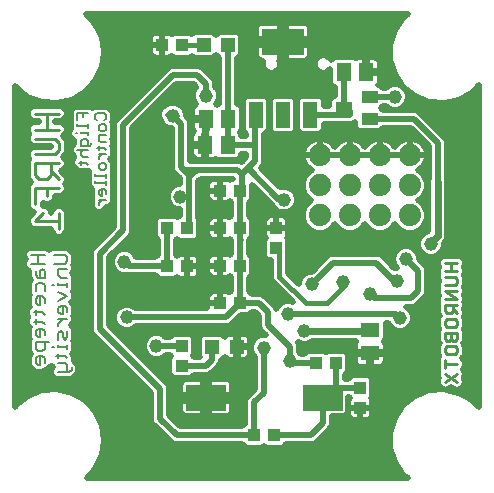
<source format=gbl>
G75*
%MOIN*%
%OFA0B0*%
%FSLAX25Y25*%
%IPPOS*%
%LPD*%
%AMOC8*
5,1,8,0,0,1.08239X$1,22.5*
%
%ADD10C,0.00600*%
%ADD11C,0.01000*%
%ADD12C,0.01100*%
%ADD13C,0.00500*%
%ADD14R,0.04800X0.08800*%
%ADD15R,0.14173X0.08661*%
%ADD16R,0.03937X0.04331*%
%ADD17R,0.04331X0.03937*%
%ADD18R,0.06299X0.05118*%
%ADD19R,0.05512X0.03937*%
%ADD20R,0.13189X0.08504*%
%ADD21R,0.05118X0.05906*%
%ADD22R,0.04724X0.04724*%
%ADD23C,0.07400*%
%ADD24C,0.01200*%
%ADD25C,0.04528*%
%ADD26C,0.02000*%
%ADD27C,0.01600*%
%ADD28C,0.02400*%
%ADD29C,0.00004*%
D10*
X0070564Y0092925D02*
X0074234Y0092925D01*
X0074968Y0093659D01*
X0074968Y0094393D01*
X0073500Y0095127D02*
X0073500Y0092925D01*
X0073500Y0095127D02*
X0072766Y0095861D01*
X0070564Y0095861D01*
X0070564Y0097462D02*
X0070564Y0098930D01*
X0069830Y0098196D02*
X0072766Y0098196D01*
X0073500Y0097462D01*
X0073500Y0100532D02*
X0073500Y0101999D01*
X0073500Y0101266D02*
X0070564Y0101266D01*
X0070564Y0101999D01*
X0069096Y0101266D02*
X0068362Y0101266D01*
X0067468Y0102767D02*
X0063064Y0102767D01*
X0063064Y0100565D01*
X0063798Y0099831D01*
X0065266Y0099831D01*
X0066000Y0100565D01*
X0066000Y0102767D01*
X0064532Y0104435D02*
X0064532Y0107371D01*
X0063798Y0107371D02*
X0063064Y0106637D01*
X0063064Y0105169D01*
X0063798Y0104435D01*
X0064532Y0104435D01*
X0066000Y0105169D02*
X0066000Y0106637D01*
X0065266Y0107371D01*
X0063798Y0107371D01*
X0063064Y0108972D02*
X0063064Y0110440D01*
X0062330Y0109706D02*
X0065266Y0109706D01*
X0066000Y0108972D01*
X0066000Y0112041D02*
X0065266Y0112775D01*
X0062330Y0112775D01*
X0063064Y0113509D02*
X0063064Y0112041D01*
X0063798Y0115177D02*
X0064532Y0115177D01*
X0064532Y0118113D01*
X0063798Y0118113D02*
X0063064Y0117379D01*
X0063064Y0115911D01*
X0063798Y0115177D01*
X0066000Y0115911D02*
X0066000Y0117379D01*
X0065266Y0118113D01*
X0063798Y0118113D01*
X0063064Y0119781D02*
X0063064Y0121983D01*
X0063798Y0122717D01*
X0065266Y0122717D01*
X0066000Y0121983D01*
X0066000Y0119781D01*
X0068362Y0121983D02*
X0069096Y0121983D01*
X0070564Y0121983D02*
X0073500Y0121983D01*
X0073500Y0122717D02*
X0073500Y0121249D01*
X0070564Y0121983D02*
X0070564Y0122717D01*
X0071298Y0124385D02*
X0070564Y0125119D01*
X0070564Y0127321D01*
X0073500Y0127321D01*
X0072766Y0128989D02*
X0069096Y0128989D01*
X0066000Y0128989D02*
X0061596Y0128989D01*
X0063798Y0128989D02*
X0063798Y0131925D01*
X0066000Y0131925D02*
X0061596Y0131925D01*
X0063064Y0126587D02*
X0063064Y0125119D01*
X0063798Y0124385D01*
X0066000Y0124385D01*
X0066000Y0126587D01*
X0065266Y0127321D01*
X0064532Y0126587D01*
X0064532Y0124385D01*
X0070564Y0119648D02*
X0073500Y0118180D01*
X0070564Y0116712D01*
X0071298Y0115044D02*
X0070564Y0114310D01*
X0070564Y0112842D01*
X0071298Y0112108D01*
X0072032Y0112108D01*
X0072032Y0115044D01*
X0072766Y0115044D02*
X0071298Y0115044D01*
X0072766Y0115044D02*
X0073500Y0114310D01*
X0073500Y0112842D01*
X0073500Y0110440D02*
X0070564Y0110440D01*
X0070564Y0108972D02*
X0070564Y0108238D01*
X0070564Y0108972D02*
X0072032Y0110440D01*
X0071298Y0106603D02*
X0070564Y0105869D01*
X0070564Y0103668D01*
X0072032Y0104402D02*
X0072032Y0105869D01*
X0071298Y0106603D01*
X0073500Y0106603D02*
X0073500Y0104402D01*
X0072766Y0103668D01*
X0072032Y0104402D01*
X0065266Y0098163D02*
X0066000Y0097429D01*
X0066000Y0095961D01*
X0064532Y0095227D02*
X0064532Y0098163D01*
X0063798Y0098163D02*
X0063064Y0097429D01*
X0063064Y0095961D01*
X0063798Y0095227D01*
X0064532Y0095227D01*
X0065266Y0098163D02*
X0063798Y0098163D01*
X0071298Y0124385D02*
X0073500Y0124385D01*
X0072766Y0128989D02*
X0073500Y0129723D01*
X0073500Y0131191D01*
X0072766Y0131925D01*
X0069096Y0131925D01*
X0144250Y0129325D02*
X0144250Y0124708D01*
X0144250Y0129325D02*
X0144500Y0129575D01*
D11*
X0199573Y0129066D02*
X0203577Y0129066D01*
X0201575Y0129066D02*
X0201575Y0126397D01*
X0199573Y0126397D02*
X0203577Y0126397D01*
X0202910Y0124462D02*
X0203577Y0123795D01*
X0203577Y0122461D01*
X0202910Y0121793D01*
X0199573Y0121793D01*
X0199573Y0119858D02*
X0203577Y0117189D01*
X0199573Y0117189D01*
X0199573Y0115254D02*
X0199573Y0113253D01*
X0200241Y0112585D01*
X0201575Y0112585D01*
X0202242Y0113253D01*
X0202242Y0115254D01*
X0202242Y0113920D02*
X0203577Y0112585D01*
X0202910Y0110650D02*
X0203577Y0109983D01*
X0203577Y0108649D01*
X0202910Y0107981D01*
X0200241Y0107981D01*
X0199573Y0108649D01*
X0199573Y0109983D01*
X0200241Y0110650D01*
X0202910Y0110650D01*
X0203577Y0115254D02*
X0199573Y0115254D01*
X0199573Y0119858D02*
X0203577Y0119858D01*
X0202910Y0124462D02*
X0199573Y0124462D01*
X0199573Y0106047D02*
X0199573Y0104045D01*
X0200241Y0103378D01*
X0200908Y0103378D01*
X0201575Y0104045D01*
X0201575Y0106047D01*
X0203577Y0106047D02*
X0199573Y0106047D01*
X0201575Y0104045D02*
X0202242Y0103378D01*
X0202910Y0103378D01*
X0203577Y0104045D01*
X0203577Y0106047D01*
X0202910Y0101443D02*
X0200241Y0101443D01*
X0199573Y0100775D01*
X0199573Y0099441D01*
X0200241Y0098774D01*
X0202910Y0098774D01*
X0203577Y0099441D01*
X0203577Y0100775D01*
X0202910Y0101443D01*
X0199573Y0096839D02*
X0199573Y0094170D01*
X0199573Y0095504D02*
X0203577Y0095504D01*
X0203577Y0092235D02*
X0199573Y0089566D01*
X0199573Y0092235D02*
X0203577Y0089566D01*
D12*
X0070793Y0140545D02*
X0070793Y0145816D01*
X0070793Y0143180D02*
X0062886Y0143180D01*
X0065522Y0145816D01*
X0062886Y0148832D02*
X0062886Y0154103D01*
X0070793Y0154103D01*
X0070793Y0157119D02*
X0068158Y0159754D01*
X0068158Y0158437D02*
X0068158Y0162390D01*
X0070793Y0162390D02*
X0062886Y0162390D01*
X0062886Y0158437D01*
X0064204Y0157119D01*
X0066840Y0157119D01*
X0068158Y0158437D01*
X0066840Y0154103D02*
X0066840Y0151467D01*
X0069475Y0165406D02*
X0062886Y0165406D01*
X0062886Y0170677D02*
X0069475Y0170677D01*
X0070793Y0169359D01*
X0070793Y0166724D01*
X0069475Y0165406D01*
X0070793Y0173693D02*
X0062886Y0173693D01*
X0066840Y0173693D02*
X0066840Y0178964D01*
X0070793Y0178964D02*
X0062886Y0178964D01*
D13*
X0076332Y0172412D02*
X0076916Y0172412D01*
X0078083Y0172412D02*
X0080419Y0172412D01*
X0080419Y0172996D02*
X0080419Y0171828D01*
X0079835Y0170541D02*
X0080419Y0169957D01*
X0080419Y0168205D01*
X0081002Y0168205D02*
X0078083Y0168205D01*
X0078083Y0169957D01*
X0078667Y0170541D01*
X0079835Y0170541D01*
X0081586Y0169373D02*
X0081586Y0168789D01*
X0081002Y0168205D01*
X0080419Y0166858D02*
X0076916Y0166858D01*
X0078083Y0166274D02*
X0078667Y0166858D01*
X0078083Y0166274D02*
X0078083Y0165106D01*
X0078667Y0164522D01*
X0080419Y0164522D01*
X0079835Y0162591D02*
X0077499Y0162591D01*
X0078083Y0163174D02*
X0078083Y0162007D01*
X0079835Y0162591D02*
X0080419Y0162007D01*
X0084083Y0161977D02*
X0084083Y0160809D01*
X0084667Y0160225D01*
X0085835Y0160225D01*
X0086419Y0160809D01*
X0086419Y0161977D01*
X0085835Y0162561D01*
X0084667Y0162561D01*
X0084083Y0161977D01*
X0084083Y0163878D02*
X0084083Y0164462D01*
X0085251Y0165630D01*
X0086419Y0165630D02*
X0084083Y0165630D01*
X0084083Y0166918D02*
X0084083Y0168085D01*
X0083499Y0167501D02*
X0085835Y0167501D01*
X0086419Y0166918D01*
X0086419Y0169433D02*
X0084667Y0169433D01*
X0084083Y0170017D01*
X0084083Y0171768D01*
X0086419Y0171768D01*
X0085835Y0173116D02*
X0084667Y0173116D01*
X0084083Y0173700D01*
X0084083Y0174868D01*
X0084667Y0175452D01*
X0085835Y0175452D01*
X0086419Y0174868D01*
X0086419Y0173700D01*
X0085835Y0173116D01*
X0085835Y0176799D02*
X0086419Y0177383D01*
X0086419Y0178551D01*
X0085835Y0179135D01*
X0083499Y0179135D01*
X0082916Y0178551D01*
X0082916Y0177383D01*
X0083499Y0176799D01*
X0080419Y0175452D02*
X0080419Y0174284D01*
X0080419Y0174868D02*
X0076916Y0174868D01*
X0076916Y0175452D01*
X0076916Y0176799D02*
X0076916Y0179135D01*
X0080419Y0179135D01*
X0078667Y0179135D02*
X0078667Y0177967D01*
X0078083Y0172996D02*
X0078083Y0172412D01*
X0082916Y0158877D02*
X0082916Y0158294D01*
X0086419Y0158294D01*
X0086419Y0158877D02*
X0086419Y0157710D01*
X0086419Y0156422D02*
X0086419Y0155254D01*
X0086419Y0155838D02*
X0082916Y0155838D01*
X0082916Y0156422D01*
X0084667Y0153967D02*
X0084083Y0153383D01*
X0084083Y0152215D01*
X0084667Y0151631D01*
X0085251Y0151631D01*
X0085251Y0153967D01*
X0085835Y0153967D02*
X0084667Y0153967D01*
X0085835Y0153967D02*
X0086419Y0153383D01*
X0086419Y0152215D01*
X0086419Y0150283D02*
X0084083Y0150283D01*
X0084083Y0149116D02*
X0084083Y0148532D01*
X0084083Y0149116D02*
X0085251Y0150283D01*
D14*
X0136400Y0178625D03*
X0145500Y0178625D03*
X0154600Y0178625D03*
D15*
X0145500Y0203026D03*
D16*
X0111796Y0201825D03*
X0105104Y0201825D03*
X0106904Y0140825D03*
X0113596Y0140825D03*
X0113596Y0128075D03*
X0106904Y0128075D03*
X0143250Y0134229D03*
X0143250Y0140921D03*
X0156404Y0095825D03*
X0163096Y0095825D03*
X0171250Y0087671D03*
X0171250Y0080979D03*
X0142596Y0071825D03*
X0135904Y0071825D03*
D17*
X0111750Y0094979D03*
X0111750Y0101671D03*
X0124404Y0115825D03*
X0131096Y0115825D03*
X0131096Y0128325D03*
X0124404Y0128325D03*
X0124404Y0140825D03*
X0131096Y0140825D03*
X0131096Y0153325D03*
X0124404Y0153325D03*
D18*
X0174500Y0107012D03*
X0174500Y0099138D03*
D19*
X0174331Y0177085D03*
X0174331Y0184565D03*
X0165669Y0180825D03*
D20*
X0158640Y0084325D03*
X0119860Y0084325D03*
D21*
X0119510Y0168575D03*
X0126990Y0168575D03*
X0127240Y0177325D03*
X0119760Y0177325D03*
X0165760Y0192825D03*
X0173240Y0192825D03*
D22*
X0127234Y0201875D03*
X0118966Y0201875D03*
X0121866Y0101325D03*
X0130134Y0101325D03*
D23*
X0157750Y0145075D03*
X0157750Y0155075D03*
X0157750Y0165075D03*
X0167750Y0165075D03*
X0177750Y0165075D03*
X0177750Y0155075D03*
X0167750Y0155075D03*
X0167750Y0145075D03*
X0177750Y0145075D03*
X0187750Y0145075D03*
X0187750Y0155075D03*
X0187750Y0165075D03*
D24*
X0176615Y0129325D02*
X0176000Y0129325D01*
X0144250Y0133388D02*
X0143250Y0134229D01*
X0131096Y0128325D02*
X0131096Y0115825D01*
X0131096Y0128325D02*
X0131096Y0140825D01*
X0131096Y0153325D01*
D25*
X0145750Y0150325D03*
X0155000Y0122075D03*
X0165500Y0122825D03*
X0174500Y0118825D03*
X0183500Y0123325D03*
X0186500Y0130575D03*
X0194750Y0135575D03*
X0184500Y0110825D03*
X0152500Y0106575D03*
X0147250Y0112325D03*
X0139000Y0100825D03*
X0147750Y0096575D03*
X0103250Y0101575D03*
X0093500Y0111075D03*
X0092617Y0129537D03*
X0111250Y0151325D03*
X0108700Y0178325D03*
X0119800Y0184975D03*
X0182750Y0184575D03*
D26*
X0082871Y0060589D02*
X0079982Y0057475D01*
X0186970Y0057475D01*
X0185538Y0058617D01*
X0185538Y0058617D01*
X0185538Y0058617D01*
X0182684Y0062804D01*
X0182684Y0062804D01*
X0181190Y0067646D01*
X0181190Y0072714D01*
X0182684Y0077556D01*
X0182684Y0077556D01*
X0185538Y0081743D01*
X0185538Y0081743D01*
X0189500Y0084902D01*
X0189500Y0084902D01*
X0194217Y0086754D01*
X0199068Y0087117D01*
X0198596Y0087212D01*
X0197769Y0087765D01*
X0197218Y0088593D01*
X0197025Y0089568D01*
X0197220Y0090544D01*
X0197458Y0090900D01*
X0197220Y0091257D01*
X0197025Y0092232D01*
X0197218Y0093208D01*
X0197247Y0093253D01*
X0197073Y0093672D01*
X0197073Y0097336D01*
X0197406Y0098140D01*
X0197073Y0098944D01*
X0197073Y0101273D01*
X0197454Y0102191D01*
X0197673Y0102410D01*
X0197454Y0102629D01*
X0197073Y0103548D01*
X0197073Y0106544D01*
X0197406Y0107348D01*
X0197073Y0108151D01*
X0197073Y0110480D01*
X0197454Y0111399D01*
X0197673Y0111618D01*
X0197454Y0111837D01*
X0197073Y0112755D01*
X0197073Y0115752D01*
X0197268Y0116222D01*
X0197073Y0116692D01*
X0197073Y0117687D01*
X0197420Y0118524D01*
X0197359Y0118673D01*
X0197220Y0118880D01*
X0197170Y0119128D01*
X0197073Y0119361D01*
X0197073Y0119611D01*
X0197025Y0119856D01*
X0197073Y0120103D01*
X0197073Y0120356D01*
X0197169Y0120586D01*
X0197218Y0120831D01*
X0197247Y0120876D01*
X0197073Y0121296D01*
X0197073Y0122291D01*
X0197420Y0123128D01*
X0197073Y0123965D01*
X0197073Y0124959D01*
X0197268Y0125430D01*
X0197073Y0125900D01*
X0197073Y0126894D01*
X0197420Y0127732D01*
X0197073Y0128569D01*
X0197073Y0129563D01*
X0197454Y0130482D01*
X0198157Y0131186D01*
X0199076Y0131566D01*
X0204074Y0131566D01*
X0204993Y0131186D01*
X0205696Y0130482D01*
X0206077Y0129563D01*
X0206077Y0128569D01*
X0205730Y0127732D01*
X0206077Y0126894D01*
X0206077Y0125900D01*
X0205744Y0125096D01*
X0206077Y0124292D01*
X0206077Y0121963D01*
X0205744Y0121159D01*
X0206077Y0120356D01*
X0206077Y0119361D01*
X0205730Y0118524D01*
X0205792Y0118375D01*
X0205931Y0118167D01*
X0205980Y0117920D01*
X0206077Y0117687D01*
X0206077Y0117437D01*
X0206126Y0117192D01*
X0206077Y0116944D01*
X0206077Y0116692D01*
X0205981Y0116461D01*
X0205933Y0116216D01*
X0205903Y0116172D01*
X0206077Y0115752D01*
X0206077Y0114757D01*
X0205730Y0113920D01*
X0206077Y0113083D01*
X0206077Y0112088D01*
X0205744Y0111284D01*
X0206077Y0110480D01*
X0206077Y0108151D01*
X0205744Y0107348D01*
X0206077Y0106544D01*
X0206077Y0103548D01*
X0205696Y0102629D01*
X0205478Y0102410D01*
X0205696Y0102191D01*
X0206077Y0101273D01*
X0206077Y0098944D01*
X0205696Y0098025D01*
X0205144Y0097473D01*
X0205696Y0096920D01*
X0206077Y0096001D01*
X0206077Y0095007D01*
X0205696Y0094088D01*
X0205486Y0093878D01*
X0205933Y0093208D01*
X0206126Y0092232D01*
X0205931Y0091257D01*
X0205692Y0090900D01*
X0205931Y0090544D01*
X0206126Y0089568D01*
X0205933Y0088593D01*
X0205381Y0087765D01*
X0204555Y0087212D01*
X0203580Y0087017D01*
X0202604Y0087210D01*
X0201575Y0087896D01*
X0200546Y0087210D01*
X0199681Y0087039D01*
X0204211Y0086005D01*
X0204211Y0086005D01*
X0208599Y0083471D01*
X0208599Y0083471D01*
X0210732Y0081173D01*
X0210792Y0188482D01*
X0208664Y0186189D01*
X0208664Y0186189D01*
X0204276Y0183655D01*
X0204276Y0183655D01*
X0199335Y0182528D01*
X0199335Y0182528D01*
X0194282Y0182906D01*
X0194282Y0182906D01*
X0189565Y0184758D01*
X0189565Y0184758D01*
X0185603Y0187917D01*
X0185603Y0187917D01*
X0185603Y0187917D01*
X0182749Y0192104D01*
X0182749Y0192104D01*
X0181255Y0196946D01*
X0181255Y0202014D01*
X0182749Y0206856D01*
X0182749Y0206856D01*
X0185603Y0211043D01*
X0185603Y0211043D01*
X0185603Y0211043D01*
X0187023Y0212175D01*
X0079872Y0212175D01*
X0082831Y0208986D01*
X0085030Y0204421D01*
X0085785Y0199410D01*
X0085785Y0199410D01*
X0085030Y0194399D01*
X0085030Y0194399D01*
X0082831Y0189834D01*
X0082831Y0189834D01*
X0079384Y0186119D01*
X0079384Y0186119D01*
X0074996Y0183585D01*
X0074996Y0183585D01*
X0070055Y0182458D01*
X0070055Y0182458D01*
X0065002Y0182836D01*
X0065002Y0182836D01*
X0060285Y0184688D01*
X0060285Y0184688D01*
X0056323Y0187847D01*
X0056323Y0187847D01*
X0056323Y0187847D01*
X0056133Y0188126D01*
X0056051Y0081270D01*
X0056363Y0081728D01*
X0056363Y0081728D01*
X0060325Y0084887D01*
X0060325Y0084887D01*
X0065042Y0086739D01*
X0065042Y0086739D01*
X0070095Y0087117D01*
X0070095Y0087117D01*
X0075036Y0085990D01*
X0075036Y0085990D01*
X0079424Y0083456D01*
X0079424Y0083456D01*
X0082871Y0079741D01*
X0082871Y0079741D01*
X0085070Y0075176D01*
X0085070Y0075176D01*
X0085825Y0070165D01*
X0085070Y0065154D01*
X0085070Y0065154D01*
X0082871Y0060589D01*
X0082871Y0060589D01*
X0083372Y0061629D02*
X0183485Y0061629D01*
X0182430Y0063627D02*
X0084334Y0063627D01*
X0085141Y0065626D02*
X0181813Y0065626D01*
X0181197Y0067624D02*
X0085442Y0067624D01*
X0085743Y0069623D02*
X0107960Y0069623D01*
X0108301Y0069282D02*
X0109403Y0068825D01*
X0131941Y0068825D01*
X0133107Y0067660D01*
X0138700Y0067660D01*
X0139250Y0068209D01*
X0139800Y0067660D01*
X0145393Y0067660D01*
X0146559Y0068825D01*
X0155347Y0068825D01*
X0156449Y0069282D01*
X0160449Y0073282D01*
X0161293Y0074126D01*
X0161750Y0075228D01*
X0161750Y0078073D01*
X0166063Y0078073D01*
X0167234Y0079245D01*
X0167234Y0084671D01*
X0167288Y0084671D01*
X0167647Y0084312D01*
X0167418Y0083916D01*
X0167281Y0083407D01*
X0167281Y0080979D01*
X0171250Y0080979D01*
X0175218Y0080979D01*
X0175218Y0083407D01*
X0175082Y0083916D01*
X0174853Y0084312D01*
X0175218Y0084678D01*
X0175218Y0090665D01*
X0174047Y0091837D01*
X0168453Y0091837D01*
X0167288Y0090671D01*
X0166096Y0090671D01*
X0166096Y0091863D01*
X0167065Y0092831D01*
X0167065Y0098819D01*
X0165893Y0099990D01*
X0160300Y0099990D01*
X0159750Y0099441D01*
X0159200Y0099990D01*
X0153607Y0099990D01*
X0152441Y0098825D01*
X0151433Y0098825D01*
X0151365Y0098990D01*
X0150750Y0099605D01*
X0150750Y0101922D01*
X0150368Y0102843D01*
X0151652Y0102311D01*
X0153348Y0102311D01*
X0154915Y0102960D01*
X0155330Y0103375D01*
X0169600Y0103375D01*
X0169900Y0103075D01*
X0169750Y0102925D01*
X0169487Y0102469D01*
X0169350Y0101960D01*
X0169350Y0099418D01*
X0174220Y0099418D01*
X0174220Y0098858D01*
X0174780Y0098858D01*
X0174780Y0099418D01*
X0179650Y0099418D01*
X0179650Y0101960D01*
X0179513Y0102469D01*
X0179250Y0102925D01*
X0179100Y0103075D01*
X0179650Y0103625D01*
X0179650Y0109325D01*
X0180506Y0109325D01*
X0180885Y0108410D01*
X0182085Y0107210D01*
X0183652Y0106561D01*
X0185348Y0106561D01*
X0186915Y0107210D01*
X0188115Y0108410D01*
X0188764Y0109977D01*
X0188764Y0111673D01*
X0188115Y0113240D01*
X0186915Y0114440D01*
X0186588Y0114575D01*
X0188847Y0114575D01*
X0189949Y0115032D01*
X0190793Y0115876D01*
X0192199Y0117282D01*
X0192199Y0117282D01*
X0193043Y0118126D01*
X0193500Y0119228D01*
X0193500Y0127172D01*
X0193043Y0128274D01*
X0190764Y0130554D01*
X0190764Y0131423D01*
X0190115Y0132990D01*
X0188915Y0134190D01*
X0187348Y0134839D01*
X0185652Y0134839D01*
X0184085Y0134190D01*
X0182885Y0132990D01*
X0182236Y0131423D01*
X0182236Y0129727D01*
X0182885Y0128160D01*
X0183456Y0127589D01*
X0182652Y0127589D01*
X0182611Y0127572D01*
X0178315Y0131868D01*
X0177212Y0132325D01*
X0161653Y0132325D01*
X0160551Y0131868D01*
X0155021Y0126339D01*
X0154152Y0126339D01*
X0152585Y0125690D01*
X0151385Y0124490D01*
X0150736Y0122923D01*
X0150736Y0122182D01*
X0147050Y0125868D01*
X0147050Y0131066D01*
X0147218Y0131235D01*
X0147218Y0137222D01*
X0146853Y0137588D01*
X0147082Y0137984D01*
X0147218Y0138493D01*
X0147218Y0140921D01*
X0143250Y0140921D01*
X0139281Y0140921D01*
X0139281Y0138493D01*
X0139418Y0137984D01*
X0139647Y0137588D01*
X0139281Y0137222D01*
X0139281Y0131235D01*
X0140453Y0130063D01*
X0141450Y0130063D01*
X0141450Y0124151D01*
X0141876Y0123122D01*
X0142664Y0122335D01*
X0148630Y0116368D01*
X0148098Y0116589D01*
X0146402Y0116589D01*
X0144835Y0115940D01*
X0143635Y0114740D01*
X0143295Y0113918D01*
X0143043Y0114524D01*
X0140043Y0117524D01*
X0139199Y0118368D01*
X0138097Y0118825D01*
X0135059Y0118825D01*
X0134096Y0119787D01*
X0134096Y0124363D01*
X0135262Y0125528D01*
X0135262Y0131122D01*
X0134096Y0132287D01*
X0134096Y0136863D01*
X0135262Y0138028D01*
X0135262Y0143622D01*
X0134096Y0144787D01*
X0134096Y0149363D01*
X0135262Y0150528D01*
X0135262Y0155117D01*
X0141753Y0148626D01*
X0141753Y0148626D01*
X0141899Y0148479D01*
X0142135Y0147910D01*
X0143335Y0146710D01*
X0144902Y0146061D01*
X0146598Y0146061D01*
X0148165Y0146710D01*
X0149365Y0147910D01*
X0150014Y0149477D01*
X0150014Y0151173D01*
X0149365Y0152740D01*
X0148165Y0153940D01*
X0146598Y0154589D01*
X0144902Y0154589D01*
X0144459Y0154405D01*
X0138016Y0160848D01*
X0138693Y0161526D01*
X0139150Y0162628D01*
X0139150Y0170517D01*
X0139203Y0172225D01*
X0139628Y0172225D01*
X0140800Y0173397D01*
X0140800Y0183853D01*
X0139628Y0185025D01*
X0133172Y0185025D01*
X0132000Y0183853D01*
X0132000Y0173397D01*
X0133172Y0172225D01*
X0133200Y0172225D01*
X0133180Y0171575D01*
X0131549Y0171575D01*
X0131549Y0172356D01*
X0131080Y0172825D01*
X0131799Y0173544D01*
X0131799Y0181106D01*
X0130628Y0182278D01*
X0130234Y0182278D01*
X0130234Y0197513D01*
X0130424Y0197513D01*
X0131596Y0198684D01*
X0131596Y0205066D01*
X0130424Y0206237D01*
X0124043Y0206237D01*
X0123100Y0205294D01*
X0122157Y0206237D01*
X0115776Y0206237D01*
X0115061Y0205523D01*
X0114593Y0205990D01*
X0109000Y0205990D01*
X0108450Y0205441D01*
X0108300Y0205591D01*
X0107844Y0205854D01*
X0107335Y0205990D01*
X0105104Y0205990D01*
X0105104Y0201825D01*
X0105104Y0197660D01*
X0107335Y0197660D01*
X0107844Y0197796D01*
X0108300Y0198059D01*
X0108450Y0198209D01*
X0109000Y0197660D01*
X0114593Y0197660D01*
X0115111Y0198177D01*
X0115776Y0197513D01*
X0122157Y0197513D01*
X0123100Y0198456D01*
X0124043Y0197513D01*
X0124234Y0197513D01*
X0124234Y0182278D01*
X0123853Y0182278D01*
X0123487Y0181912D01*
X0123091Y0182141D01*
X0123016Y0182161D01*
X0123415Y0182560D01*
X0124064Y0184127D01*
X0124064Y0185823D01*
X0123415Y0187390D01*
X0122800Y0188005D01*
X0122800Y0189503D01*
X0122343Y0190606D01*
X0119475Y0193474D01*
X0118631Y0194318D01*
X0117528Y0194775D01*
X0108103Y0194775D01*
X0107001Y0194318D01*
X0089732Y0177049D01*
X0089275Y0175947D01*
X0089275Y0141343D01*
X0082801Y0134868D01*
X0081957Y0134024D01*
X0081500Y0132922D01*
X0081500Y0106558D01*
X0081957Y0105455D01*
X0082801Y0104611D01*
X0101500Y0085912D01*
X0101500Y0076728D01*
X0101957Y0075626D01*
X0102801Y0074782D01*
X0107457Y0070126D01*
X0108301Y0069282D01*
X0110000Y0071825D02*
X0135904Y0071825D01*
X0135904Y0082911D01*
X0139000Y0086008D01*
X0139000Y0100825D01*
X0136000Y0097795D02*
X0136000Y0087250D01*
X0133360Y0084611D01*
X0132904Y0083508D01*
X0132904Y0075787D01*
X0131941Y0074825D01*
X0111243Y0074825D01*
X0107500Y0078568D01*
X0107500Y0087751D01*
X0107043Y0088854D01*
X0087500Y0108397D01*
X0087500Y0131082D01*
X0093974Y0137557D01*
X0093974Y0137557D01*
X0094818Y0138401D01*
X0095275Y0139503D01*
X0095275Y0174107D01*
X0109943Y0188775D01*
X0115689Y0188775D01*
X0116629Y0187834D01*
X0116185Y0187390D01*
X0115536Y0185823D01*
X0115536Y0184127D01*
X0116185Y0182560D01*
X0116567Y0182178D01*
X0116429Y0182141D01*
X0115973Y0181878D01*
X0115600Y0181506D01*
X0115337Y0181050D01*
X0115201Y0180541D01*
X0115201Y0177605D01*
X0119480Y0177605D01*
X0119480Y0177045D01*
X0120039Y0177045D01*
X0120039Y0173528D01*
X0119789Y0173528D01*
X0119789Y0168855D01*
X0119230Y0168855D01*
X0119230Y0172372D01*
X0119480Y0172372D01*
X0119480Y0177045D01*
X0115201Y0177045D01*
X0115201Y0174109D01*
X0115337Y0173600D01*
X0115600Y0173144D01*
X0115670Y0173075D01*
X0115350Y0172756D01*
X0115087Y0172300D01*
X0114951Y0171791D01*
X0114951Y0168855D01*
X0119230Y0168855D01*
X0119230Y0168295D01*
X0119789Y0168295D01*
X0119789Y0163622D01*
X0122332Y0163622D01*
X0122841Y0163759D01*
X0123237Y0163987D01*
X0123603Y0163622D01*
X0130378Y0163622D01*
X0131549Y0164794D01*
X0131549Y0165575D01*
X0133150Y0165575D01*
X0133150Y0164468D01*
X0132074Y0163391D01*
X0131679Y0162997D01*
X0130818Y0163353D01*
X0120082Y0163353D01*
X0119997Y0163387D01*
X0118799Y0163364D01*
X0118799Y0163364D01*
X0118230Y0163353D01*
X0114500Y0163353D01*
X0114500Y0171693D01*
X0114549Y0171824D01*
X0114500Y0173136D01*
X0114500Y0176122D01*
X0114043Y0177224D01*
X0112964Y0178304D01*
X0112964Y0179173D01*
X0112315Y0180740D01*
X0111115Y0181940D01*
X0109548Y0182589D01*
X0107852Y0182589D01*
X0106285Y0181940D01*
X0105759Y0181414D01*
X0105557Y0181283D01*
X0105175Y0181091D01*
X0105061Y0180960D01*
X0104915Y0180865D01*
X0104673Y0180513D01*
X0104393Y0180190D01*
X0104338Y0180025D01*
X0104239Y0179881D01*
X0104150Y0179463D01*
X0104015Y0179058D01*
X0104028Y0178884D01*
X0103991Y0178714D01*
X0104070Y0178293D01*
X0104100Y0177867D01*
X0104178Y0177711D01*
X0104209Y0177540D01*
X0104442Y0177182D01*
X0104734Y0176600D01*
X0104837Y0176510D01*
X0105085Y0175910D01*
X0106285Y0174710D01*
X0107852Y0174061D01*
X0108500Y0174061D01*
X0108500Y0173619D01*
X0108480Y0173565D01*
X0108500Y0173024D01*
X0108500Y0160625D01*
X0108957Y0159522D01*
X0109801Y0158678D01*
X0109825Y0158654D01*
X0110990Y0157489D01*
X0110990Y0155589D01*
X0110402Y0155589D01*
X0108835Y0154940D01*
X0107635Y0153740D01*
X0106986Y0152173D01*
X0106986Y0150477D01*
X0107635Y0148910D01*
X0108835Y0147710D01*
X0110402Y0147061D01*
X0110990Y0147061D01*
X0110990Y0144990D01*
X0110800Y0144990D01*
X0110250Y0144441D01*
X0109700Y0144990D01*
X0104107Y0144990D01*
X0102935Y0143819D01*
X0102935Y0137831D01*
X0103904Y0136863D01*
X0103904Y0132037D01*
X0102941Y0131075D01*
X0096595Y0131075D01*
X0096231Y0131952D01*
X0095032Y0133152D01*
X0093465Y0133801D01*
X0091769Y0133801D01*
X0090201Y0133152D01*
X0089002Y0131952D01*
X0088353Y0130385D01*
X0088353Y0128689D01*
X0089002Y0127122D01*
X0090201Y0125922D01*
X0091769Y0125273D01*
X0093174Y0125273D01*
X0093178Y0125272D01*
X0093653Y0125075D01*
X0093739Y0125075D01*
X0093820Y0125047D01*
X0094333Y0125075D01*
X0102941Y0125075D01*
X0104107Y0123910D01*
X0109700Y0123910D01*
X0110250Y0124459D01*
X0110400Y0124309D01*
X0110856Y0124046D01*
X0111365Y0123910D01*
X0113596Y0123910D01*
X0113596Y0128075D01*
X0113596Y0132240D01*
X0111365Y0132240D01*
X0110856Y0132104D01*
X0110400Y0131841D01*
X0110250Y0131691D01*
X0109904Y0132037D01*
X0109904Y0136863D01*
X0110250Y0137209D01*
X0110800Y0136660D01*
X0116393Y0136660D01*
X0117565Y0137831D01*
X0117565Y0143819D01*
X0116990Y0144394D01*
X0116990Y0156323D01*
X0117116Y0156449D01*
X0118016Y0157348D01*
X0118287Y0157353D01*
X0128750Y0157353D01*
X0128750Y0157293D01*
X0128103Y0157293D01*
X0127737Y0156928D01*
X0127341Y0157157D01*
X0126832Y0157293D01*
X0124404Y0157293D01*
X0124404Y0153325D01*
X0124404Y0149356D01*
X0126832Y0149356D01*
X0127341Y0149493D01*
X0127737Y0149722D01*
X0128096Y0149363D01*
X0128096Y0144787D01*
X0127737Y0144428D01*
X0127341Y0144657D01*
X0126832Y0144793D01*
X0124404Y0144793D01*
X0124404Y0140825D01*
X0124404Y0136856D01*
X0126832Y0136856D01*
X0127341Y0136993D01*
X0127737Y0137222D01*
X0128096Y0136863D01*
X0128096Y0132287D01*
X0127737Y0131928D01*
X0127341Y0132157D01*
X0126832Y0132293D01*
X0124404Y0132293D01*
X0124404Y0128325D01*
X0124404Y0124356D01*
X0126832Y0124356D01*
X0127341Y0124493D01*
X0127737Y0124722D01*
X0128096Y0124363D01*
X0128096Y0119787D01*
X0127737Y0119428D01*
X0127341Y0119657D01*
X0126832Y0119793D01*
X0124404Y0119793D01*
X0124404Y0115825D01*
X0124403Y0115825D01*
X0120238Y0115825D01*
X0124403Y0115825D01*
X0124403Y0115825D01*
X0124403Y0119793D01*
X0121975Y0119793D01*
X0121466Y0119657D01*
X0121010Y0119394D01*
X0120638Y0119022D01*
X0120374Y0118565D01*
X0120238Y0118057D01*
X0120238Y0115825D01*
X0120238Y0114075D01*
X0096530Y0114075D01*
X0095915Y0114690D01*
X0094348Y0115339D01*
X0092652Y0115339D01*
X0091085Y0114690D01*
X0089885Y0113490D01*
X0089236Y0111923D01*
X0089236Y0110227D01*
X0089885Y0108660D01*
X0091085Y0107460D01*
X0092652Y0106811D01*
X0094348Y0106811D01*
X0095915Y0107460D01*
X0096530Y0108075D01*
X0126943Y0108075D01*
X0128046Y0108532D01*
X0131371Y0111856D01*
X0134090Y0111856D01*
X0135059Y0112825D01*
X0136257Y0112825D01*
X0137500Y0111582D01*
X0137500Y0107978D01*
X0137957Y0106876D01*
X0138801Y0106032D01*
X0139744Y0105089D01*
X0138152Y0105089D01*
X0136585Y0104440D01*
X0135385Y0103240D01*
X0134736Y0101673D01*
X0134736Y0099977D01*
X0135385Y0098410D01*
X0136000Y0097795D01*
X0136000Y0097602D02*
X0133963Y0097602D01*
X0134096Y0097735D02*
X0134360Y0098191D01*
X0134496Y0098699D01*
X0134496Y0101144D01*
X0130315Y0101144D01*
X0130315Y0101506D01*
X0134496Y0101506D01*
X0134496Y0103951D01*
X0134360Y0104459D01*
X0134096Y0104915D01*
X0133724Y0105288D01*
X0133268Y0105551D01*
X0132759Y0105687D01*
X0130315Y0105687D01*
X0130315Y0101506D01*
X0129953Y0101506D01*
X0129953Y0105687D01*
X0127508Y0105687D01*
X0127000Y0105551D01*
X0126544Y0105288D01*
X0126171Y0104915D01*
X0126046Y0104698D01*
X0125057Y0105687D01*
X0118676Y0105687D01*
X0117504Y0104516D01*
X0117504Y0098134D01*
X0117660Y0097979D01*
X0115712Y0097979D01*
X0115366Y0098325D01*
X0115915Y0098875D01*
X0115915Y0104468D01*
X0114744Y0105640D01*
X0108756Y0105640D01*
X0107788Y0104671D01*
X0106183Y0104671D01*
X0105665Y0105190D01*
X0104098Y0105839D01*
X0102402Y0105839D01*
X0100835Y0105190D01*
X0099635Y0103990D01*
X0098986Y0102423D01*
X0098986Y0100727D01*
X0099635Y0099160D01*
X0100835Y0097960D01*
X0102402Y0097311D01*
X0104098Y0097311D01*
X0105665Y0097960D01*
X0106376Y0098671D01*
X0107788Y0098671D01*
X0108134Y0098325D01*
X0107585Y0097775D01*
X0107585Y0092182D01*
X0108756Y0091010D01*
X0114744Y0091010D01*
X0115712Y0091979D01*
X0120500Y0091979D01*
X0121603Y0092435D01*
X0123449Y0094282D01*
X0124293Y0095126D01*
X0124750Y0096228D01*
X0124750Y0096963D01*
X0125057Y0096963D01*
X0126046Y0097952D01*
X0126171Y0097735D01*
X0126544Y0097362D01*
X0127000Y0097099D01*
X0127508Y0096963D01*
X0129953Y0096963D01*
X0129953Y0101144D01*
X0130315Y0101144D01*
X0130315Y0096963D01*
X0132759Y0096963D01*
X0133268Y0097099D01*
X0133724Y0097362D01*
X0134096Y0097735D01*
X0134496Y0099600D02*
X0134892Y0099600D01*
X0134736Y0101599D02*
X0134496Y0101599D01*
X0134496Y0103597D02*
X0135742Y0103597D01*
X0133100Y0105596D02*
X0139237Y0105596D01*
X0137659Y0107594D02*
X0096049Y0107594D01*
X0093500Y0111075D02*
X0126346Y0111075D01*
X0131096Y0115825D01*
X0137500Y0115825D01*
X0140500Y0112825D01*
X0140500Y0108575D01*
X0147750Y0101325D01*
X0147750Y0096575D01*
X0147750Y0096586D02*
X0148511Y0095825D01*
X0156404Y0095825D01*
X0159591Y0099600D02*
X0159909Y0099600D01*
X0163096Y0095825D02*
X0163096Y0087703D01*
X0163128Y0087671D01*
X0171250Y0087671D01*
X0175218Y0087609D02*
X0198002Y0087609D01*
X0197032Y0089608D02*
X0175218Y0089608D01*
X0174277Y0091606D02*
X0197150Y0091606D01*
X0197102Y0093605D02*
X0167065Y0093605D01*
X0167065Y0095603D02*
X0169604Y0095603D01*
X0169487Y0095807D02*
X0169750Y0095351D01*
X0170122Y0094979D01*
X0170578Y0094715D01*
X0171087Y0094579D01*
X0174220Y0094579D01*
X0174220Y0098858D01*
X0169350Y0098858D01*
X0169350Y0096316D01*
X0169487Y0095807D01*
X0169350Y0097602D02*
X0167065Y0097602D01*
X0166283Y0099600D02*
X0169350Y0099600D01*
X0169350Y0101599D02*
X0150750Y0101599D01*
X0150755Y0099600D02*
X0153217Y0099600D01*
X0147250Y0112325D02*
X0183000Y0112325D01*
X0184500Y0110825D01*
X0187299Y0107594D02*
X0197304Y0107594D01*
X0197073Y0105596D02*
X0179650Y0105596D01*
X0179650Y0107594D02*
X0181701Y0107594D01*
X0179622Y0103597D02*
X0197073Y0103597D01*
X0197209Y0101599D02*
X0179650Y0101599D01*
X0179650Y0099600D02*
X0197073Y0099600D01*
X0197184Y0097602D02*
X0179650Y0097602D01*
X0179650Y0098858D02*
X0174780Y0098858D01*
X0174780Y0094579D01*
X0177913Y0094579D01*
X0178422Y0094715D01*
X0178878Y0094979D01*
X0179250Y0095351D01*
X0179513Y0095807D01*
X0179650Y0096316D01*
X0179650Y0098858D01*
X0179396Y0095603D02*
X0197073Y0095603D01*
X0205273Y0097602D02*
X0210741Y0097602D01*
X0210742Y0099600D02*
X0206077Y0099600D01*
X0205942Y0101599D02*
X0210743Y0101599D01*
X0210744Y0103597D02*
X0206077Y0103597D01*
X0206077Y0105596D02*
X0210745Y0105596D01*
X0210746Y0107594D02*
X0205846Y0107594D01*
X0206077Y0109593D02*
X0210748Y0109593D01*
X0210749Y0111591D02*
X0205871Y0111591D01*
X0205867Y0113590D02*
X0210750Y0113590D01*
X0210751Y0115588D02*
X0206077Y0115588D01*
X0206077Y0117587D02*
X0210752Y0117587D01*
X0210753Y0119585D02*
X0206077Y0119585D01*
X0205920Y0121584D02*
X0210754Y0121584D01*
X0210756Y0123582D02*
X0206077Y0123582D01*
X0205945Y0125581D02*
X0210757Y0125581D01*
X0210758Y0127579D02*
X0205793Y0127579D01*
X0206071Y0129578D02*
X0210759Y0129578D01*
X0210760Y0131576D02*
X0196239Y0131576D01*
X0195598Y0131311D02*
X0197165Y0131960D01*
X0198365Y0133160D01*
X0199014Y0134727D01*
X0199014Y0135868D01*
X0199713Y0136567D01*
X0200200Y0137743D01*
X0200200Y0156970D01*
X0200000Y0157452D01*
X0200000Y0169922D01*
X0199543Y0171024D01*
X0190940Y0179628D01*
X0189837Y0180085D01*
X0178884Y0180085D01*
X0178143Y0180825D01*
X0178884Y0181565D01*
X0178918Y0181565D01*
X0178922Y0181563D01*
X0179514Y0181565D01*
X0179730Y0181565D01*
X0180335Y0180960D01*
X0181902Y0180311D01*
X0183598Y0180311D01*
X0185165Y0180960D01*
X0186365Y0182160D01*
X0187014Y0183727D01*
X0187014Y0185423D01*
X0186365Y0186990D01*
X0185165Y0188190D01*
X0183598Y0188839D01*
X0181902Y0188839D01*
X0180335Y0188190D01*
X0179711Y0187566D01*
X0179504Y0187565D01*
X0178884Y0187565D01*
X0177915Y0188534D01*
X0177289Y0188534D01*
X0177400Y0188644D01*
X0177663Y0189100D01*
X0177799Y0189609D01*
X0177799Y0192545D01*
X0173520Y0192545D01*
X0173520Y0193105D01*
X0172961Y0193105D01*
X0172961Y0197778D01*
X0170418Y0197778D01*
X0169909Y0197641D01*
X0169513Y0197412D01*
X0169147Y0197778D01*
X0162372Y0197778D01*
X0161478Y0196883D01*
X0161346Y0197202D01*
X0160538Y0198009D01*
X0159483Y0198447D01*
X0158340Y0198447D01*
X0157285Y0198009D01*
X0156477Y0197202D01*
X0156040Y0196146D01*
X0156040Y0195004D01*
X0156477Y0193948D01*
X0157285Y0193141D01*
X0158340Y0192703D01*
X0159483Y0192703D01*
X0160538Y0193141D01*
X0161201Y0193803D01*
X0161201Y0189044D01*
X0162372Y0187872D01*
X0162669Y0187872D01*
X0162669Y0184793D01*
X0162085Y0184793D01*
X0160913Y0183622D01*
X0160913Y0181625D01*
X0159000Y0181625D01*
X0159000Y0183853D01*
X0157828Y0185025D01*
X0151372Y0185025D01*
X0150200Y0183853D01*
X0150200Y0173397D01*
X0151372Y0172225D01*
X0157828Y0172225D01*
X0159000Y0173397D01*
X0159000Y0175625D01*
X0167268Y0175625D01*
X0167329Y0175603D01*
X0167862Y0175625D01*
X0168397Y0175625D01*
X0168456Y0175650D01*
X0168521Y0175652D01*
X0169006Y0175877D01*
X0169499Y0176082D01*
X0169545Y0176127D01*
X0169575Y0176141D01*
X0169575Y0174288D01*
X0170746Y0173116D01*
X0177915Y0173116D01*
X0178884Y0174085D01*
X0187998Y0174085D01*
X0194000Y0168082D01*
X0194000Y0157452D01*
X0193800Y0156970D01*
X0193800Y0139797D01*
X0192335Y0139190D01*
X0191135Y0137990D01*
X0190486Y0136423D01*
X0190486Y0134727D01*
X0191135Y0133160D01*
X0192335Y0131960D01*
X0193902Y0131311D01*
X0195598Y0131311D01*
X0197080Y0129578D02*
X0191740Y0129578D01*
X0190700Y0131576D02*
X0193261Y0131576D01*
X0190963Y0133575D02*
X0189530Y0133575D01*
X0190486Y0135574D02*
X0147218Y0135574D01*
X0147218Y0133575D02*
X0183470Y0133575D01*
X0182300Y0131576D02*
X0178606Y0131576D01*
X0180605Y0129578D02*
X0182298Y0129578D01*
X0182603Y0127579D02*
X0182629Y0127579D01*
X0182615Y0123325D02*
X0176615Y0129325D01*
X0176000Y0129325D02*
X0162250Y0129325D01*
X0155000Y0122075D01*
X0151009Y0123582D02*
X0149336Y0123582D01*
X0147337Y0125581D02*
X0152476Y0125581D01*
X0156262Y0127579D02*
X0147050Y0127579D01*
X0147050Y0129578D02*
X0158260Y0129578D01*
X0160259Y0131576D02*
X0147218Y0131576D01*
X0141450Y0129578D02*
X0135262Y0129578D01*
X0135262Y0127579D02*
X0141450Y0127579D01*
X0141450Y0125581D02*
X0135262Y0125581D01*
X0134096Y0123582D02*
X0141686Y0123582D01*
X0143415Y0121584D02*
X0134096Y0121584D01*
X0134298Y0119585D02*
X0145413Y0119585D01*
X0147412Y0117587D02*
X0139981Y0117587D01*
X0141979Y0115588D02*
X0144484Y0115588D01*
X0137491Y0111591D02*
X0131105Y0111591D01*
X0129107Y0109593D02*
X0137500Y0109593D01*
X0130315Y0105596D02*
X0129953Y0105596D01*
X0129953Y0103597D02*
X0130315Y0103597D01*
X0130315Y0101599D02*
X0129953Y0101599D01*
X0129953Y0099600D02*
X0130315Y0099600D01*
X0130315Y0097602D02*
X0129953Y0097602D01*
X0126304Y0097602D02*
X0125696Y0097602D01*
X0124491Y0095603D02*
X0136000Y0095603D01*
X0136000Y0093605D02*
X0122772Y0093605D01*
X0119904Y0094979D02*
X0121750Y0096825D01*
X0121750Y0101209D01*
X0121866Y0101325D01*
X0117504Y0101599D02*
X0115915Y0101599D01*
X0115915Y0103597D02*
X0117504Y0103597D01*
X0118584Y0105596D02*
X0114788Y0105596D01*
X0111750Y0101671D02*
X0103346Y0101671D01*
X0103250Y0101575D01*
X0098986Y0101599D02*
X0094298Y0101599D01*
X0092300Y0103597D02*
X0099473Y0103597D01*
X0101815Y0105596D02*
X0090301Y0105596D01*
X0090951Y0107594D02*
X0088303Y0107594D01*
X0087500Y0109593D02*
X0089499Y0109593D01*
X0089236Y0111591D02*
X0087500Y0111591D01*
X0087500Y0113590D02*
X0089985Y0113590D01*
X0087500Y0115588D02*
X0120238Y0115588D01*
X0120238Y0117587D02*
X0087500Y0117587D01*
X0087500Y0119585D02*
X0121342Y0119585D01*
X0124403Y0119585D02*
X0124404Y0119585D01*
X0124403Y0117587D02*
X0124404Y0117587D01*
X0127465Y0119585D02*
X0127895Y0119585D01*
X0128096Y0121584D02*
X0087500Y0121584D01*
X0087500Y0123582D02*
X0128096Y0123582D01*
X0124403Y0124356D02*
X0124403Y0128325D01*
X0120238Y0128325D01*
X0124403Y0128325D01*
X0124403Y0128325D01*
X0124404Y0128325D01*
X0124403Y0128325D01*
X0124403Y0132293D01*
X0121975Y0132293D01*
X0121466Y0132157D01*
X0121010Y0131894D01*
X0120638Y0131522D01*
X0120374Y0131065D01*
X0120238Y0130557D01*
X0120238Y0128325D01*
X0120238Y0126093D01*
X0120374Y0125585D01*
X0120638Y0125128D01*
X0121010Y0124756D01*
X0121466Y0124493D01*
X0121975Y0124356D01*
X0124403Y0124356D01*
X0124403Y0125581D02*
X0124404Y0125581D01*
X0124403Y0127579D02*
X0124404Y0127579D01*
X0124403Y0129578D02*
X0124404Y0129578D01*
X0124403Y0131576D02*
X0124404Y0131576D01*
X0120693Y0131576D02*
X0117057Y0131576D01*
X0117165Y0131468D02*
X0116793Y0131841D01*
X0116337Y0132104D01*
X0115828Y0132240D01*
X0113597Y0132240D01*
X0113597Y0128075D01*
X0117565Y0128075D01*
X0117565Y0130504D01*
X0117429Y0131012D01*
X0117165Y0131468D01*
X0117565Y0129578D02*
X0120238Y0129578D01*
X0120238Y0127579D02*
X0117565Y0127579D01*
X0117565Y0128075D02*
X0113597Y0128075D01*
X0113597Y0128075D01*
X0113596Y0128075D01*
X0113597Y0128075D01*
X0113597Y0123910D01*
X0115828Y0123910D01*
X0116337Y0124046D01*
X0116793Y0124309D01*
X0117165Y0124682D01*
X0117429Y0125138D01*
X0117565Y0125646D01*
X0117565Y0128075D01*
X0117547Y0125581D02*
X0120377Y0125581D01*
X0113597Y0125581D02*
X0113596Y0125581D01*
X0113596Y0127579D02*
X0113597Y0127579D01*
X0113596Y0129578D02*
X0113597Y0129578D01*
X0113596Y0131576D02*
X0113597Y0131576D01*
X0109904Y0133575D02*
X0128096Y0133575D01*
X0128096Y0135574D02*
X0109904Y0135574D01*
X0106904Y0140825D02*
X0106904Y0128075D01*
X0094250Y0128075D01*
X0092617Y0129537D01*
X0088353Y0129578D02*
X0087500Y0129578D01*
X0087500Y0127579D02*
X0088813Y0127579D01*
X0087500Y0125581D02*
X0091026Y0125581D01*
X0088846Y0131576D02*
X0087994Y0131576D01*
X0089993Y0133575D02*
X0091223Y0133575D01*
X0091991Y0135574D02*
X0103904Y0135574D01*
X0103904Y0133575D02*
X0094010Y0133575D01*
X0096387Y0131576D02*
X0103443Y0131576D01*
X0103194Y0137572D02*
X0093990Y0137572D01*
X0095275Y0139571D02*
X0102935Y0139571D01*
X0102935Y0141569D02*
X0095275Y0141569D01*
X0095275Y0143568D02*
X0102935Y0143568D01*
X0109187Y0147565D02*
X0095275Y0147565D01*
X0095275Y0149563D02*
X0107365Y0149563D01*
X0106986Y0151562D02*
X0095275Y0151562D01*
X0095275Y0153560D02*
X0107561Y0153560D01*
X0110329Y0155559D02*
X0095275Y0155559D01*
X0095275Y0157557D02*
X0110922Y0157557D01*
X0109801Y0158678D02*
X0109801Y0158678D01*
X0108943Y0159556D02*
X0095275Y0159556D01*
X0095275Y0161554D02*
X0108500Y0161554D01*
X0108500Y0163553D02*
X0095275Y0163553D01*
X0095275Y0165551D02*
X0108500Y0165551D01*
X0108500Y0167550D02*
X0095275Y0167550D01*
X0095275Y0169548D02*
X0108500Y0169548D01*
X0108500Y0171547D02*
X0095275Y0171547D01*
X0095275Y0173545D02*
X0108481Y0173545D01*
X0111500Y0173080D02*
X0111500Y0175525D01*
X0108700Y0178325D01*
X0107050Y0178675D01*
X0107150Y0178475D01*
X0104209Y0177542D02*
X0098710Y0177542D01*
X0096711Y0175544D02*
X0105451Y0175544D01*
X0104167Y0179541D02*
X0100708Y0179541D01*
X0102707Y0181539D02*
X0105884Y0181539D01*
X0104705Y0183538D02*
X0115780Y0183538D01*
X0115634Y0181539D02*
X0111516Y0181539D01*
X0112811Y0179541D02*
X0115201Y0179541D01*
X0113725Y0177542D02*
X0119480Y0177542D01*
X0119480Y0175544D02*
X0120039Y0175544D01*
X0120039Y0173545D02*
X0119480Y0173545D01*
X0119230Y0171547D02*
X0119789Y0171547D01*
X0119789Y0169548D02*
X0119230Y0169548D01*
X0119230Y0168295D02*
X0114951Y0168295D01*
X0114951Y0165359D01*
X0115087Y0164850D01*
X0115350Y0164394D01*
X0115723Y0164022D01*
X0116179Y0163759D01*
X0116687Y0163622D01*
X0119230Y0163622D01*
X0119230Y0168295D01*
X0119230Y0167550D02*
X0119789Y0167550D01*
X0119789Y0165551D02*
X0119230Y0165551D01*
X0114951Y0165551D02*
X0114500Y0165551D01*
X0114500Y0163553D02*
X0132235Y0163553D01*
X0131549Y0165551D02*
X0133150Y0165551D01*
X0136150Y0163225D02*
X0133773Y0160848D01*
X0144296Y0150325D01*
X0145750Y0150325D01*
X0149019Y0147565D02*
X0152612Y0147565D01*
X0152918Y0148304D02*
X0152050Y0146209D01*
X0152050Y0143941D01*
X0152918Y0141846D01*
X0154521Y0140243D01*
X0156616Y0139375D01*
X0158884Y0139375D01*
X0160979Y0140243D01*
X0162582Y0141846D01*
X0162750Y0142251D01*
X0162918Y0141846D01*
X0164521Y0140243D01*
X0166616Y0139375D01*
X0168884Y0139375D01*
X0170979Y0140243D01*
X0172582Y0141846D01*
X0172750Y0142251D01*
X0172918Y0141846D01*
X0174521Y0140243D01*
X0176616Y0139375D01*
X0178884Y0139375D01*
X0180979Y0140243D01*
X0182582Y0141846D01*
X0182750Y0142251D01*
X0182918Y0141846D01*
X0184521Y0140243D01*
X0186616Y0139375D01*
X0188884Y0139375D01*
X0190979Y0140243D01*
X0192582Y0141846D01*
X0193450Y0143941D01*
X0193450Y0146209D01*
X0192582Y0148304D01*
X0190979Y0149907D01*
X0190574Y0150075D01*
X0190979Y0150243D01*
X0192582Y0151846D01*
X0193450Y0153941D01*
X0193450Y0156209D01*
X0192582Y0158304D01*
X0190979Y0159907D01*
X0190529Y0160094D01*
X0190737Y0160200D01*
X0191463Y0160727D01*
X0192098Y0161362D01*
X0192625Y0162088D01*
X0193032Y0162887D01*
X0193310Y0163740D01*
X0193450Y0164626D01*
X0193450Y0165075D01*
X0193450Y0165524D01*
X0193310Y0166410D01*
X0193032Y0167263D01*
X0192625Y0168062D01*
X0192098Y0168788D01*
X0191463Y0169423D01*
X0190737Y0169950D01*
X0189938Y0170357D01*
X0189085Y0170635D01*
X0188199Y0170775D01*
X0187750Y0170775D01*
X0187750Y0165075D01*
X0187750Y0165075D01*
X0193450Y0165075D01*
X0187750Y0165075D01*
X0187750Y0165075D01*
X0187750Y0170775D01*
X0187301Y0170775D01*
X0186415Y0170635D01*
X0185562Y0170357D01*
X0184763Y0169950D01*
X0184037Y0169423D01*
X0183402Y0168788D01*
X0182875Y0168062D01*
X0182750Y0167817D01*
X0182625Y0168062D01*
X0182098Y0168788D01*
X0181463Y0169423D01*
X0180737Y0169950D01*
X0179938Y0170357D01*
X0179085Y0170635D01*
X0178199Y0170775D01*
X0177750Y0170775D01*
X0177750Y0165075D01*
X0177750Y0165075D01*
X0182050Y0165075D01*
X0187750Y0165075D01*
X0187750Y0165075D01*
X0177750Y0165075D01*
X0177750Y0165075D01*
X0177750Y0170775D01*
X0177301Y0170775D01*
X0176415Y0170635D01*
X0175562Y0170357D01*
X0174763Y0169950D01*
X0174037Y0169423D01*
X0173402Y0168788D01*
X0172875Y0168062D01*
X0172750Y0167817D01*
X0172625Y0168062D01*
X0172098Y0168788D01*
X0171463Y0169423D01*
X0170737Y0169950D01*
X0169938Y0170357D01*
X0169085Y0170635D01*
X0168199Y0170775D01*
X0167750Y0170775D01*
X0167750Y0165075D01*
X0167750Y0165075D01*
X0173450Y0165075D01*
X0177750Y0165075D01*
X0177750Y0165075D01*
X0167750Y0165075D01*
X0167750Y0165075D01*
X0167750Y0170775D01*
X0167301Y0170775D01*
X0166415Y0170635D01*
X0165562Y0170357D01*
X0164763Y0169950D01*
X0164037Y0169423D01*
X0163402Y0168788D01*
X0162875Y0168062D01*
X0162750Y0167817D01*
X0162625Y0168062D01*
X0162098Y0168788D01*
X0161463Y0169423D01*
X0160737Y0169950D01*
X0159938Y0170357D01*
X0159085Y0170635D01*
X0158199Y0170775D01*
X0157750Y0170775D01*
X0157750Y0165075D01*
X0157750Y0165075D01*
X0163450Y0165075D01*
X0167750Y0165075D01*
X0167750Y0165075D01*
X0157750Y0165075D01*
X0157750Y0165075D01*
X0157750Y0170775D01*
X0157301Y0170775D01*
X0156415Y0170635D01*
X0155562Y0170357D01*
X0154763Y0169950D01*
X0154037Y0169423D01*
X0153402Y0168788D01*
X0152875Y0168062D01*
X0152468Y0167263D01*
X0152190Y0166410D01*
X0152050Y0165524D01*
X0152050Y0165075D01*
X0157750Y0165075D01*
X0157750Y0165075D01*
X0152050Y0165075D01*
X0152050Y0164626D01*
X0152190Y0163740D01*
X0152468Y0162887D01*
X0152875Y0162088D01*
X0153402Y0161362D01*
X0154037Y0160727D01*
X0154763Y0160200D01*
X0154971Y0160094D01*
X0154521Y0159907D01*
X0152918Y0158304D01*
X0152050Y0156209D01*
X0152050Y0153941D01*
X0152918Y0151846D01*
X0154521Y0150243D01*
X0154926Y0150075D01*
X0154521Y0149907D01*
X0152918Y0148304D01*
X0154177Y0149563D02*
X0150014Y0149563D01*
X0149853Y0151562D02*
X0153202Y0151562D01*
X0152208Y0153560D02*
X0148545Y0153560D01*
X0152050Y0155559D02*
X0143305Y0155559D01*
X0141307Y0157557D02*
X0152609Y0157557D01*
X0154170Y0159556D02*
X0139308Y0159556D01*
X0138705Y0161554D02*
X0153262Y0161554D01*
X0152251Y0163553D02*
X0139150Y0163553D01*
X0139150Y0165551D02*
X0152054Y0165551D01*
X0152614Y0167550D02*
X0139150Y0167550D01*
X0139150Y0169548D02*
X0154209Y0169548D01*
X0157750Y0169548D02*
X0157750Y0169548D01*
X0157750Y0167550D02*
X0157750Y0167550D01*
X0157750Y0165551D02*
X0157750Y0165551D01*
X0161291Y0169548D02*
X0164209Y0169548D01*
X0159000Y0173545D02*
X0170317Y0173545D01*
X0169575Y0175544D02*
X0159000Y0175544D01*
X0154600Y0178625D02*
X0167800Y0178625D01*
X0167750Y0179825D01*
X0165500Y0179156D01*
X0165669Y0180825D01*
X0165669Y0189916D01*
X0165760Y0192825D01*
X0161201Y0193530D02*
X0160928Y0193530D01*
X0161201Y0191532D02*
X0130234Y0191532D01*
X0130234Y0193530D02*
X0139572Y0193530D01*
X0139962Y0193141D02*
X0139154Y0193948D01*
X0138717Y0195004D01*
X0138717Y0196146D01*
X0138944Y0196695D01*
X0138150Y0196695D01*
X0137641Y0196831D01*
X0137185Y0197095D01*
X0136813Y0197467D01*
X0136550Y0197923D01*
X0136413Y0198432D01*
X0136413Y0202026D01*
X0144500Y0202026D01*
X0144500Y0204026D01*
X0144500Y0209356D01*
X0138150Y0209356D01*
X0137641Y0209220D01*
X0137185Y0208957D01*
X0136813Y0208585D01*
X0136550Y0208128D01*
X0136413Y0207620D01*
X0136413Y0204026D01*
X0144500Y0204026D01*
X0146500Y0204026D01*
X0146500Y0209356D01*
X0152850Y0209356D01*
X0153359Y0209220D01*
X0153815Y0208957D01*
X0154187Y0208585D01*
X0154450Y0208128D01*
X0154587Y0207620D01*
X0154587Y0204026D01*
X0146500Y0204026D01*
X0146500Y0202026D01*
X0154587Y0202026D01*
X0154587Y0198432D01*
X0154450Y0197923D01*
X0154187Y0197467D01*
X0153815Y0197095D01*
X0153359Y0196831D01*
X0152850Y0196695D01*
X0146500Y0196695D01*
X0146500Y0202026D01*
X0144500Y0202026D01*
X0144500Y0196695D01*
X0144233Y0196695D01*
X0144460Y0196146D01*
X0144460Y0195004D01*
X0144023Y0193948D01*
X0143215Y0193141D01*
X0142160Y0192703D01*
X0141017Y0192703D01*
X0139962Y0193141D01*
X0138717Y0195529D02*
X0130234Y0195529D01*
X0130439Y0197527D02*
X0136778Y0197527D01*
X0136413Y0199526D02*
X0131596Y0199526D01*
X0131596Y0201524D02*
X0136413Y0201524D01*
X0131596Y0203523D02*
X0144500Y0203523D01*
X0144500Y0205521D02*
X0146500Y0205521D01*
X0146500Y0203523D02*
X0181720Y0203523D01*
X0181255Y0201524D02*
X0154587Y0201524D01*
X0154587Y0199526D02*
X0181255Y0199526D01*
X0181255Y0197527D02*
X0176769Y0197527D01*
X0176571Y0197641D02*
X0176063Y0197778D01*
X0173520Y0197778D01*
X0173520Y0193105D01*
X0177799Y0193105D01*
X0177799Y0196041D01*
X0177663Y0196550D01*
X0177400Y0197006D01*
X0177027Y0197378D01*
X0176571Y0197641D01*
X0177799Y0195529D02*
X0181692Y0195529D01*
X0182309Y0193530D02*
X0177799Y0193530D01*
X0177799Y0191532D02*
X0183139Y0191532D01*
X0184501Y0189533D02*
X0177779Y0189533D01*
X0173520Y0193530D02*
X0172961Y0193530D01*
X0172961Y0195529D02*
X0173520Y0195529D01*
X0173520Y0197527D02*
X0172961Y0197527D01*
X0169712Y0197527D02*
X0169398Y0197527D01*
X0162122Y0197527D02*
X0161020Y0197527D01*
X0156803Y0197527D02*
X0154222Y0197527D01*
X0156040Y0195529D02*
X0144460Y0195529D01*
X0144500Y0197527D02*
X0146500Y0197527D01*
X0146500Y0199526D02*
X0144500Y0199526D01*
X0144500Y0201524D02*
X0146500Y0201524D01*
X0146500Y0207520D02*
X0144500Y0207520D01*
X0136413Y0207520D02*
X0083537Y0207520D01*
X0084500Y0205521D02*
X0101838Y0205521D01*
X0101907Y0205591D02*
X0101535Y0205218D01*
X0101271Y0204762D01*
X0101135Y0204254D01*
X0101135Y0201825D01*
X0105103Y0201825D01*
X0101135Y0201825D01*
X0101135Y0199396D01*
X0101271Y0198888D01*
X0101535Y0198432D01*
X0101907Y0198059D01*
X0102363Y0197796D01*
X0102872Y0197660D01*
X0105103Y0197660D01*
X0105103Y0201825D01*
X0105103Y0201825D01*
X0105104Y0201825D01*
X0105103Y0201825D01*
X0105103Y0205990D01*
X0102872Y0205990D01*
X0102363Y0205854D01*
X0101907Y0205591D01*
X0101135Y0203523D02*
X0085165Y0203523D01*
X0085466Y0201524D02*
X0101135Y0201524D01*
X0101135Y0199526D02*
X0085768Y0199526D01*
X0085501Y0197527D02*
X0115761Y0197527D01*
X0119419Y0193530D02*
X0124234Y0193530D01*
X0124234Y0191532D02*
X0121417Y0191532D01*
X0122787Y0189533D02*
X0124234Y0189533D01*
X0124234Y0187535D02*
X0123270Y0187535D01*
X0124064Y0185536D02*
X0124234Y0185536D01*
X0124234Y0183538D02*
X0123820Y0183538D01*
X0119800Y0184975D02*
X0119800Y0188906D01*
X0116931Y0191775D01*
X0108700Y0191775D01*
X0092275Y0175350D01*
X0092275Y0140100D01*
X0084500Y0132325D01*
X0084500Y0107155D01*
X0104500Y0087155D01*
X0104500Y0077325D01*
X0110000Y0071825D01*
X0110449Y0075618D02*
X0132734Y0075618D01*
X0132904Y0077617D02*
X0108451Y0077617D01*
X0107500Y0079615D02*
X0111318Y0079615D01*
X0111266Y0079810D02*
X0111402Y0079301D01*
X0111665Y0078845D01*
X0112038Y0078473D01*
X0112494Y0078209D01*
X0113002Y0078073D01*
X0118860Y0078073D01*
X0118860Y0083325D01*
X0111266Y0083325D01*
X0111266Y0079810D01*
X0111266Y0081614D02*
X0107500Y0081614D01*
X0107500Y0083612D02*
X0118860Y0083612D01*
X0118860Y0083325D02*
X0118860Y0085325D01*
X0111266Y0085325D01*
X0111266Y0088840D01*
X0111402Y0089349D01*
X0111665Y0089805D01*
X0112038Y0090177D01*
X0112494Y0090441D01*
X0113002Y0090577D01*
X0118860Y0090577D01*
X0118860Y0085325D01*
X0120860Y0085325D01*
X0120860Y0090577D01*
X0126718Y0090577D01*
X0127227Y0090441D01*
X0127683Y0090177D01*
X0128055Y0089805D01*
X0128318Y0089349D01*
X0128455Y0088840D01*
X0128455Y0085325D01*
X0120860Y0085325D01*
X0120860Y0083325D01*
X0120860Y0078073D01*
X0126718Y0078073D01*
X0127227Y0078209D01*
X0127683Y0078473D01*
X0128055Y0078845D01*
X0128318Y0079301D01*
X0128455Y0079810D01*
X0128455Y0083325D01*
X0120860Y0083325D01*
X0118860Y0083325D01*
X0118860Y0081614D02*
X0120860Y0081614D01*
X0120860Y0083612D02*
X0132947Y0083612D01*
X0132904Y0081614D02*
X0128455Y0081614D01*
X0128403Y0079615D02*
X0132904Y0079615D01*
X0134360Y0085611D02*
X0128455Y0085611D01*
X0128455Y0087609D02*
X0136000Y0087609D01*
X0136000Y0089608D02*
X0128169Y0089608D01*
X0120860Y0089608D02*
X0118860Y0089608D01*
X0118860Y0087609D02*
X0120860Y0087609D01*
X0120860Y0085611D02*
X0118860Y0085611D01*
X0118860Y0079615D02*
X0120860Y0079615D01*
X0111266Y0085611D02*
X0107500Y0085611D01*
X0107500Y0087609D02*
X0111266Y0087609D01*
X0111551Y0089608D02*
X0106289Y0089608D01*
X0108160Y0091606D02*
X0104291Y0091606D01*
X0102292Y0093605D02*
X0107585Y0093605D01*
X0107585Y0095603D02*
X0100294Y0095603D01*
X0101700Y0097602D02*
X0098295Y0097602D01*
X0099453Y0099600D02*
X0096297Y0099600D01*
X0091809Y0095603D02*
X0077010Y0095603D01*
X0077268Y0095346D02*
X0075921Y0096693D01*
X0075800Y0096693D01*
X0075800Y0098415D01*
X0075218Y0098997D01*
X0075800Y0099579D01*
X0075800Y0102952D01*
X0075552Y0103201D01*
X0075800Y0103449D01*
X0075800Y0104411D01*
X0075800Y0107556D01*
X0074834Y0108522D01*
X0075800Y0109487D01*
X0075800Y0111393D01*
X0075552Y0111641D01*
X0075800Y0111889D01*
X0075800Y0115263D01*
X0075066Y0115997D01*
X0074855Y0116207D01*
X0075131Y0116299D01*
X0075214Y0116466D01*
X0075381Y0116549D01*
X0075630Y0117298D01*
X0075983Y0118003D01*
X0075924Y0118180D01*
X0075983Y0118356D01*
X0075630Y0119062D01*
X0075381Y0119811D01*
X0075337Y0119833D01*
X0075800Y0120297D01*
X0075800Y0125338D01*
X0075285Y0125853D01*
X0075800Y0126368D01*
X0075800Y0128274D01*
X0075552Y0128522D01*
X0075800Y0128770D01*
X0075800Y0129733D01*
X0075800Y0132144D01*
X0074453Y0133491D01*
X0073719Y0134225D01*
X0068144Y0134225D01*
X0067548Y0133630D01*
X0066953Y0134225D01*
X0060644Y0134225D01*
X0059296Y0132878D01*
X0059296Y0130972D01*
X0059811Y0130457D01*
X0059296Y0129942D01*
X0059296Y0128036D01*
X0060644Y0126689D01*
X0060764Y0126689D01*
X0060764Y0124167D01*
X0061379Y0123551D01*
X0060764Y0122936D01*
X0060764Y0121993D01*
X0060764Y0121031D01*
X0060764Y0121030D01*
X0060764Y0118829D01*
X0061012Y0118580D01*
X0060764Y0118332D01*
X0060764Y0117370D01*
X0060764Y0116427D01*
X0060764Y0116427D01*
X0060764Y0114959D01*
X0061013Y0114710D01*
X0060764Y0114462D01*
X0060030Y0113728D01*
X0060030Y0111823D01*
X0060612Y0111241D01*
X0060030Y0110659D01*
X0060030Y0108753D01*
X0060764Y0108019D01*
X0060979Y0107804D01*
X0060764Y0107589D01*
X0060764Y0106627D01*
X0060764Y0105684D01*
X0060764Y0104216D01*
X0061013Y0103968D01*
X0060764Y0103720D01*
X0060764Y0099612D01*
X0061379Y0098997D01*
X0060764Y0098382D01*
X0060764Y0098382D01*
X0060764Y0097419D01*
X0060764Y0096476D01*
X0060764Y0095008D01*
X0061498Y0094274D01*
X0062845Y0092927D01*
X0065485Y0092927D01*
X0066219Y0093661D01*
X0066953Y0093661D01*
X0068264Y0094973D01*
X0068264Y0094908D01*
X0068779Y0094393D01*
X0068264Y0093878D01*
X0068264Y0091972D01*
X0069611Y0090625D01*
X0073281Y0090625D01*
X0073281Y0090625D01*
X0074244Y0090625D01*
X0075187Y0090625D01*
X0076242Y0091681D01*
X0076534Y0091972D01*
X0076534Y0091972D01*
X0077253Y0092691D01*
X0077268Y0092706D01*
X0077268Y0093649D01*
X0077268Y0095346D01*
X0077268Y0093605D02*
X0093807Y0093605D01*
X0095806Y0091606D02*
X0076168Y0091606D01*
X0075187Y0090625D02*
X0075187Y0090625D01*
X0075187Y0090625D01*
X0077268Y0092706D02*
X0077268Y0092706D01*
X0075800Y0097602D02*
X0089810Y0097602D01*
X0087812Y0099600D02*
X0075800Y0099600D01*
X0075800Y0101599D02*
X0085813Y0101599D01*
X0083815Y0103597D02*
X0075800Y0103597D01*
X0075800Y0105596D02*
X0081898Y0105596D01*
X0081500Y0107594D02*
X0075762Y0107594D01*
X0075800Y0109593D02*
X0081500Y0109593D01*
X0081500Y0111591D02*
X0075601Y0111591D01*
X0075800Y0113590D02*
X0081500Y0113590D01*
X0081500Y0115588D02*
X0075474Y0115588D01*
X0075775Y0117587D02*
X0081500Y0117587D01*
X0081500Y0119585D02*
X0075456Y0119585D01*
X0075800Y0121584D02*
X0081500Y0121584D01*
X0081500Y0123582D02*
X0075800Y0123582D01*
X0075557Y0125581D02*
X0081500Y0125581D01*
X0081500Y0127579D02*
X0075800Y0127579D01*
X0075800Y0129578D02*
X0081500Y0129578D01*
X0081500Y0131576D02*
X0075800Y0131576D01*
X0074369Y0133575D02*
X0081771Y0133575D01*
X0083506Y0135574D02*
X0056093Y0135574D01*
X0056094Y0137572D02*
X0085504Y0137572D01*
X0087503Y0139571D02*
X0073150Y0139571D01*
X0073343Y0140037D02*
X0072955Y0139100D01*
X0072238Y0138383D01*
X0071300Y0137995D01*
X0070286Y0137995D01*
X0069349Y0138383D01*
X0068631Y0139100D01*
X0068243Y0140037D01*
X0068243Y0140630D01*
X0062379Y0140630D01*
X0061469Y0141007D01*
X0061442Y0141018D01*
X0060725Y0141736D01*
X0060336Y0142673D01*
X0060336Y0143688D01*
X0060714Y0144598D01*
X0060725Y0144625D01*
X0061442Y0145342D01*
X0061442Y0145342D01*
X0062382Y0146282D01*
X0062379Y0146282D01*
X0061442Y0146670D01*
X0060725Y0147387D01*
X0060336Y0148325D01*
X0060336Y0154610D01*
X0060725Y0155547D01*
X0061442Y0156265D01*
X0061449Y0156268D01*
X0060725Y0156992D01*
X0060336Y0157929D01*
X0060336Y0162897D01*
X0060725Y0163834D01*
X0060788Y0163898D01*
X0060725Y0163961D01*
X0060336Y0164899D01*
X0060336Y0165913D01*
X0060725Y0166850D01*
X0061442Y0167568D01*
X0062379Y0167956D01*
X0068243Y0167956D01*
X0068243Y0168127D01*
X0062379Y0168127D01*
X0061442Y0168515D01*
X0060725Y0169233D01*
X0060336Y0170170D01*
X0060336Y0171184D01*
X0060725Y0172122D01*
X0060788Y0172185D01*
X0060725Y0172249D01*
X0060336Y0173186D01*
X0060336Y0174200D01*
X0060725Y0175137D01*
X0061442Y0175855D01*
X0062379Y0176243D01*
X0064290Y0176243D01*
X0064290Y0176414D01*
X0062379Y0176414D01*
X0061442Y0176802D01*
X0060725Y0177520D01*
X0060336Y0178457D01*
X0060336Y0179471D01*
X0060725Y0180409D01*
X0061442Y0181126D01*
X0062379Y0181514D01*
X0071300Y0181514D01*
X0072238Y0181126D01*
X0072955Y0180409D01*
X0073343Y0179471D01*
X0073343Y0178457D01*
X0072955Y0177520D01*
X0072238Y0176802D01*
X0071300Y0176414D01*
X0069390Y0176414D01*
X0069390Y0176243D01*
X0071300Y0176243D01*
X0072238Y0175855D01*
X0072955Y0175137D01*
X0073343Y0174200D01*
X0073343Y0173186D01*
X0072955Y0172249D01*
X0072238Y0171531D01*
X0072231Y0171528D01*
X0072238Y0171521D01*
X0072955Y0170804D01*
X0073343Y0169867D01*
X0073343Y0166216D01*
X0072955Y0165279D01*
X0072231Y0164555D01*
X0072238Y0164552D01*
X0072955Y0163834D01*
X0073343Y0162897D01*
X0073343Y0161883D01*
X0072955Y0160946D01*
X0072238Y0160228D01*
X0071568Y0159951D01*
X0072955Y0158563D01*
X0073343Y0157626D01*
X0073343Y0156612D01*
X0072955Y0155674D01*
X0072892Y0155611D01*
X0072955Y0155547D01*
X0073343Y0154610D01*
X0073343Y0153596D01*
X0072955Y0152658D01*
X0072238Y0151941D01*
X0071300Y0151553D01*
X0069390Y0151553D01*
X0069390Y0150960D01*
X0069002Y0150023D01*
X0068284Y0149306D01*
X0067347Y0148917D01*
X0066333Y0148917D01*
X0065436Y0149289D01*
X0065436Y0148366D01*
X0066029Y0148366D01*
X0066967Y0147978D01*
X0067684Y0147260D01*
X0068072Y0146323D01*
X0068072Y0145730D01*
X0068243Y0145730D01*
X0068243Y0146323D01*
X0068631Y0147260D01*
X0069349Y0147978D01*
X0070286Y0148366D01*
X0071300Y0148366D01*
X0072238Y0147978D01*
X0072955Y0147260D01*
X0073343Y0146323D01*
X0073343Y0140037D01*
X0073343Y0141569D02*
X0089275Y0141569D01*
X0089275Y0143568D02*
X0073343Y0143568D01*
X0073343Y0145566D02*
X0089275Y0145566D01*
X0089275Y0147565D02*
X0086298Y0147565D01*
X0086333Y0147600D02*
X0086333Y0148033D01*
X0087351Y0148033D01*
X0088669Y0149351D01*
X0088669Y0151215D01*
X0088635Y0151249D01*
X0088669Y0151283D01*
X0088669Y0154315D01*
X0088665Y0154318D01*
X0088669Y0154322D01*
X0088669Y0159809D01*
X0088635Y0159843D01*
X0088669Y0159877D01*
X0088669Y0160819D01*
X0088669Y0162909D01*
X0087774Y0163803D01*
X0088669Y0164698D01*
X0088669Y0166562D01*
X0088669Y0166562D01*
X0088669Y0167850D01*
X0088343Y0168175D01*
X0088669Y0168501D01*
X0088669Y0170365D01*
X0088433Y0170601D01*
X0088669Y0170836D01*
X0088669Y0172700D01*
X0088635Y0172734D01*
X0088669Y0172768D01*
X0088669Y0173710D01*
X0088669Y0175800D01*
X0088343Y0176125D01*
X0088669Y0176451D01*
X0088669Y0177393D01*
X0088669Y0179483D01*
X0087351Y0180801D01*
X0086767Y0181385D01*
X0083490Y0181385D01*
X0082567Y0181385D01*
X0081984Y0180801D01*
X0081984Y0180801D01*
X0081959Y0180776D01*
X0081351Y0181385D01*
X0075984Y0181385D01*
X0074666Y0180067D01*
X0074666Y0173936D01*
X0074669Y0173932D01*
X0074082Y0173344D01*
X0074082Y0171480D01*
X0075400Y0170162D01*
X0075833Y0170162D01*
X0075833Y0169966D01*
X0075833Y0169025D01*
X0075833Y0169025D01*
X0075833Y0168957D01*
X0074666Y0167789D01*
X0074666Y0165926D01*
X0075833Y0164758D01*
X0075833Y0164174D01*
X0075867Y0164140D01*
X0075249Y0163523D01*
X0075249Y0161659D01*
X0075833Y0161075D01*
X0077151Y0159757D01*
X0079015Y0159757D01*
X0079251Y0159992D01*
X0079487Y0159757D01*
X0080666Y0159757D01*
X0080666Y0157362D01*
X0080669Y0157358D01*
X0080666Y0157354D01*
X0080666Y0154906D01*
X0081833Y0153738D01*
X0081833Y0153373D01*
X0081833Y0152451D01*
X0081833Y0152451D01*
X0081833Y0151283D01*
X0081867Y0151249D01*
X0081833Y0151215D01*
X0081833Y0147600D01*
X0083151Y0146282D01*
X0085015Y0146282D01*
X0086333Y0147600D01*
X0088669Y0149563D02*
X0089275Y0149563D01*
X0089275Y0151562D02*
X0088669Y0151562D01*
X0088669Y0153560D02*
X0089275Y0153560D01*
X0089275Y0155559D02*
X0088669Y0155559D01*
X0088669Y0157557D02*
X0089275Y0157557D01*
X0089275Y0159556D02*
X0088669Y0159556D01*
X0088669Y0159877D02*
X0088669Y0159877D01*
X0088669Y0159877D01*
X0088669Y0161554D02*
X0089275Y0161554D01*
X0089275Y0163553D02*
X0088025Y0163553D01*
X0088669Y0165551D02*
X0089275Y0165551D01*
X0089275Y0167550D02*
X0088669Y0167550D01*
X0088669Y0169548D02*
X0089275Y0169548D01*
X0089275Y0171547D02*
X0088669Y0171547D01*
X0088669Y0172768D02*
X0088669Y0172768D01*
X0088669Y0172768D01*
X0088669Y0173545D02*
X0089275Y0173545D01*
X0089275Y0175544D02*
X0088669Y0175544D01*
X0088669Y0176451D02*
X0088669Y0176451D01*
X0088669Y0176451D01*
X0088669Y0177542D02*
X0090225Y0177542D01*
X0088611Y0179541D02*
X0092223Y0179541D01*
X0094222Y0181539D02*
X0056128Y0181539D01*
X0056126Y0179541D02*
X0060365Y0179541D01*
X0060715Y0177542D02*
X0056125Y0177542D01*
X0056123Y0175544D02*
X0061131Y0175544D01*
X0060336Y0173545D02*
X0056122Y0173545D01*
X0056120Y0171547D02*
X0060487Y0171547D01*
X0060594Y0169548D02*
X0056119Y0169548D01*
X0056117Y0167550D02*
X0061424Y0167550D01*
X0060336Y0165551D02*
X0056116Y0165551D01*
X0056114Y0163553D02*
X0060608Y0163553D01*
X0060336Y0161554D02*
X0056113Y0161554D01*
X0056111Y0159556D02*
X0060336Y0159556D01*
X0060491Y0157557D02*
X0056110Y0157557D01*
X0056108Y0155559D02*
X0060736Y0155559D01*
X0060336Y0153560D02*
X0056106Y0153560D01*
X0056105Y0151562D02*
X0060336Y0151562D01*
X0060336Y0149563D02*
X0056103Y0149563D01*
X0056102Y0147565D02*
X0060651Y0147565D01*
X0061666Y0145566D02*
X0056100Y0145566D01*
X0056099Y0143568D02*
X0060336Y0143568D01*
X0060891Y0141569D02*
X0056097Y0141569D01*
X0056096Y0139571D02*
X0068437Y0139571D01*
X0068936Y0147565D02*
X0067380Y0147565D01*
X0068542Y0149563D02*
X0081833Y0149563D01*
X0081833Y0151562D02*
X0071321Y0151562D01*
X0073328Y0153560D02*
X0081833Y0153560D01*
X0080666Y0155559D02*
X0072944Y0155559D01*
X0073343Y0157557D02*
X0080666Y0157557D01*
X0080666Y0159556D02*
X0071963Y0159556D01*
X0073207Y0161554D02*
X0075354Y0161554D01*
X0075280Y0163553D02*
X0073072Y0163553D01*
X0073068Y0165551D02*
X0075040Y0165551D01*
X0074666Y0167550D02*
X0073343Y0167550D01*
X0073343Y0169548D02*
X0075833Y0169548D01*
X0074082Y0171547D02*
X0072253Y0171547D01*
X0073343Y0173545D02*
X0074283Y0173545D01*
X0074666Y0175544D02*
X0072549Y0175544D01*
X0072964Y0177542D02*
X0074666Y0177542D01*
X0074666Y0179541D02*
X0073315Y0179541D01*
X0074788Y0183538D02*
X0096220Y0183538D01*
X0098219Y0185536D02*
X0078375Y0185536D01*
X0080698Y0187535D02*
X0100217Y0187535D01*
X0102216Y0189533D02*
X0082552Y0189533D01*
X0083649Y0191532D02*
X0104214Y0191532D01*
X0106213Y0193530D02*
X0084611Y0193530D01*
X0085200Y0195529D02*
X0124234Y0195529D01*
X0124029Y0197527D02*
X0122171Y0197527D01*
X0127234Y0201875D02*
X0127234Y0177331D01*
X0127240Y0177325D01*
X0126990Y0177075D01*
X0126990Y0168575D01*
X0136138Y0168575D01*
X0136150Y0170563D01*
X0136150Y0163225D01*
X0133773Y0160848D02*
X0131750Y0158825D01*
X0130222Y0160353D01*
X0118259Y0160353D01*
X0112368Y0160353D01*
X0114573Y0158148D01*
X0113990Y0157565D01*
X0113990Y0151645D01*
X0113670Y0151325D01*
X0111250Y0151325D01*
X0113990Y0151645D02*
X0113990Y0141219D01*
X0113596Y0140825D01*
X0117565Y0141569D02*
X0120238Y0141569D01*
X0120238Y0140825D02*
X0124403Y0140825D01*
X0120238Y0140825D01*
X0120238Y0143057D01*
X0120374Y0143565D01*
X0120638Y0144022D01*
X0121010Y0144394D01*
X0121466Y0144657D01*
X0121975Y0144793D01*
X0124403Y0144793D01*
X0124403Y0140825D01*
X0124403Y0140825D01*
X0124404Y0140825D01*
X0124403Y0140825D01*
X0124403Y0136856D01*
X0121975Y0136856D01*
X0121466Y0136993D01*
X0121010Y0137256D01*
X0120638Y0137628D01*
X0120374Y0138085D01*
X0120238Y0138593D01*
X0120238Y0140825D01*
X0120238Y0139571D02*
X0117565Y0139571D01*
X0117306Y0137572D02*
X0120694Y0137572D01*
X0124403Y0137572D02*
X0124404Y0137572D01*
X0124403Y0139571D02*
X0124404Y0139571D01*
X0124403Y0141569D02*
X0124404Y0141569D01*
X0124403Y0143568D02*
X0124404Y0143568D01*
X0128096Y0145566D02*
X0116990Y0145566D01*
X0116990Y0147565D02*
X0128096Y0147565D01*
X0127896Y0149563D02*
X0127463Y0149563D01*
X0124404Y0149563D02*
X0124403Y0149563D01*
X0124403Y0149356D02*
X0124403Y0153325D01*
X0120238Y0153325D01*
X0124403Y0153325D01*
X0124403Y0153325D01*
X0124404Y0153325D01*
X0124403Y0153325D01*
X0124403Y0157293D01*
X0121975Y0157293D01*
X0121466Y0157157D01*
X0121010Y0156894D01*
X0120638Y0156522D01*
X0120374Y0156065D01*
X0120238Y0155557D01*
X0120238Y0153325D01*
X0120238Y0151093D01*
X0120374Y0150585D01*
X0120638Y0150128D01*
X0121010Y0149756D01*
X0121466Y0149493D01*
X0121975Y0149356D01*
X0124403Y0149356D01*
X0124403Y0151562D02*
X0124404Y0151562D01*
X0124403Y0153560D02*
X0124404Y0153560D01*
X0124403Y0155559D02*
X0124404Y0155559D01*
X0120239Y0155559D02*
X0116990Y0155559D01*
X0117116Y0156449D02*
X0117116Y0156449D01*
X0116990Y0153560D02*
X0120238Y0153560D01*
X0120238Y0151562D02*
X0116990Y0151562D01*
X0116990Y0149563D02*
X0121344Y0149563D01*
X0120376Y0143568D02*
X0117565Y0143568D01*
X0110990Y0145566D02*
X0095275Y0145566D01*
X0081869Y0147565D02*
X0072651Y0147565D01*
X0059994Y0133575D02*
X0056091Y0133575D01*
X0056090Y0131576D02*
X0059296Y0131576D01*
X0059296Y0129578D02*
X0056088Y0129578D01*
X0056087Y0127579D02*
X0059753Y0127579D01*
X0060764Y0125581D02*
X0056085Y0125581D01*
X0056083Y0123582D02*
X0061348Y0123582D01*
X0060764Y0122936D02*
X0060764Y0122936D01*
X0060764Y0122936D01*
X0060764Y0121584D02*
X0056082Y0121584D01*
X0056080Y0119585D02*
X0060764Y0119585D01*
X0060764Y0118332D02*
X0060764Y0118332D01*
X0060764Y0118332D01*
X0060764Y0117587D02*
X0056079Y0117587D01*
X0056077Y0115588D02*
X0060764Y0115588D01*
X0060030Y0113590D02*
X0056076Y0113590D01*
X0056074Y0111591D02*
X0060261Y0111591D01*
X0060030Y0109593D02*
X0056073Y0109593D01*
X0056071Y0107594D02*
X0060769Y0107594D01*
X0060764Y0107589D02*
X0060764Y0107589D01*
X0060764Y0107589D01*
X0060764Y0105684D02*
X0060764Y0105684D01*
X0060764Y0105596D02*
X0056070Y0105596D01*
X0056068Y0103597D02*
X0060764Y0103597D01*
X0060764Y0101599D02*
X0056067Y0101599D01*
X0056065Y0099600D02*
X0060776Y0099600D01*
X0060764Y0098382D02*
X0060764Y0098382D01*
X0060764Y0097602D02*
X0056064Y0097602D01*
X0056062Y0095603D02*
X0060764Y0095603D01*
X0060764Y0096476D02*
X0060764Y0096476D01*
X0062168Y0093605D02*
X0056060Y0093605D01*
X0056059Y0091606D02*
X0068630Y0091606D01*
X0068264Y0093605D02*
X0066162Y0093605D01*
X0062168Y0085611D02*
X0056054Y0085611D01*
X0056056Y0087609D02*
X0099803Y0087609D01*
X0101500Y0085611D02*
X0075692Y0085611D01*
X0079154Y0083612D02*
X0101500Y0083612D01*
X0101500Y0081614D02*
X0081134Y0081614D01*
X0082932Y0079615D02*
X0101500Y0079615D01*
X0101500Y0077617D02*
X0083894Y0077617D01*
X0084857Y0075618D02*
X0101964Y0075618D01*
X0103963Y0073620D02*
X0085304Y0073620D01*
X0085606Y0071621D02*
X0105961Y0071621D01*
X0097804Y0089608D02*
X0056057Y0089608D01*
X0056053Y0083612D02*
X0058726Y0083612D01*
X0056285Y0081614D02*
X0056051Y0081614D01*
X0080127Y0057632D02*
X0186774Y0057632D01*
X0184847Y0059630D02*
X0081982Y0059630D01*
X0115340Y0091606D02*
X0136000Y0091606D01*
X0127167Y0105596D02*
X0125148Y0105596D01*
X0117504Y0099600D02*
X0115915Y0099600D01*
X0119904Y0094979D02*
X0111750Y0094979D01*
X0107585Y0097602D02*
X0104800Y0097602D01*
X0104685Y0105596D02*
X0108712Y0105596D01*
X0131096Y0115825D02*
X0131096Y0153325D01*
X0131750Y0153388D01*
X0131750Y0158825D01*
X0135262Y0153560D02*
X0136819Y0153560D01*
X0135262Y0151562D02*
X0138817Y0151562D01*
X0140816Y0149563D02*
X0134297Y0149563D01*
X0134096Y0147565D02*
X0142481Y0147565D01*
X0143250Y0145087D02*
X0141018Y0145087D01*
X0140510Y0144951D01*
X0140053Y0144687D01*
X0139681Y0144315D01*
X0139418Y0143859D01*
X0139281Y0143350D01*
X0139281Y0140922D01*
X0143250Y0140922D01*
X0143250Y0145087D01*
X0143250Y0140922D01*
X0143250Y0140922D01*
X0143250Y0140921D01*
X0143250Y0140922D01*
X0147218Y0140922D01*
X0147218Y0143350D01*
X0147082Y0143859D01*
X0146819Y0144315D01*
X0146447Y0144687D01*
X0145990Y0144951D01*
X0145482Y0145087D01*
X0143250Y0145087D01*
X0143250Y0143568D02*
X0143250Y0143568D01*
X0143250Y0141569D02*
X0143250Y0141569D01*
X0147218Y0141569D02*
X0153195Y0141569D01*
X0152205Y0143568D02*
X0147160Y0143568D01*
X0147218Y0139571D02*
X0156144Y0139571D01*
X0159356Y0139571D02*
X0166144Y0139571D01*
X0169356Y0139571D02*
X0176144Y0139571D01*
X0179356Y0139571D02*
X0186144Y0139571D01*
X0183195Y0141569D02*
X0182305Y0141569D01*
X0189356Y0139571D02*
X0193254Y0139571D01*
X0193800Y0141569D02*
X0192305Y0141569D01*
X0193295Y0143568D02*
X0193800Y0143568D01*
X0193800Y0145566D02*
X0193450Y0145566D01*
X0193800Y0147565D02*
X0192888Y0147565D01*
X0193800Y0149563D02*
X0191323Y0149563D01*
X0192298Y0151562D02*
X0193800Y0151562D01*
X0193800Y0153560D02*
X0193292Y0153560D01*
X0193450Y0155559D02*
X0193800Y0155559D01*
X0194000Y0157557D02*
X0192891Y0157557D01*
X0194000Y0159556D02*
X0191330Y0159556D01*
X0192238Y0161554D02*
X0194000Y0161554D01*
X0194000Y0163553D02*
X0193249Y0163553D01*
X0193446Y0165551D02*
X0194000Y0165551D01*
X0194000Y0167550D02*
X0192886Y0167550D01*
X0192534Y0169548D02*
X0191291Y0169548D01*
X0190536Y0171547D02*
X0139182Y0171547D01*
X0140800Y0173545D02*
X0141100Y0173545D01*
X0141100Y0173397D02*
X0142272Y0172225D01*
X0148728Y0172225D01*
X0149900Y0173397D01*
X0149900Y0183853D01*
X0148728Y0185025D01*
X0142272Y0185025D01*
X0141100Y0183853D01*
X0141100Y0173397D01*
X0141100Y0175544D02*
X0140800Y0175544D01*
X0140800Y0177542D02*
X0141100Y0177542D01*
X0141100Y0179541D02*
X0140800Y0179541D01*
X0140800Y0181539D02*
X0141100Y0181539D01*
X0141100Y0183538D02*
X0140800Y0183538D01*
X0136400Y0178625D02*
X0136150Y0170563D01*
X0132000Y0173545D02*
X0131799Y0173545D01*
X0131799Y0175544D02*
X0132000Y0175544D01*
X0132000Y0177542D02*
X0131799Y0177542D01*
X0131799Y0179541D02*
X0132000Y0179541D01*
X0132000Y0181539D02*
X0131366Y0181539D01*
X0132000Y0183538D02*
X0130234Y0183538D01*
X0130234Y0185536D02*
X0162669Y0185536D01*
X0162669Y0187535D02*
X0130234Y0187535D01*
X0130234Y0189533D02*
X0161201Y0189533D01*
X0156895Y0193530D02*
X0143605Y0193530D01*
X0149900Y0183538D02*
X0150200Y0183538D01*
X0150200Y0181539D02*
X0149900Y0181539D01*
X0149900Y0179541D02*
X0150200Y0179541D01*
X0150200Y0177542D02*
X0149900Y0177542D01*
X0149900Y0175544D02*
X0150200Y0175544D01*
X0150200Y0173545D02*
X0149900Y0173545D01*
X0159000Y0183538D02*
X0160913Y0183538D01*
X0174331Y0184565D02*
X0179510Y0184565D01*
X0182750Y0184575D01*
X0185744Y0181539D02*
X0210788Y0181539D01*
X0210787Y0179541D02*
X0191027Y0179541D01*
X0193025Y0177542D02*
X0210786Y0177542D01*
X0210785Y0175544D02*
X0195024Y0175544D01*
X0197022Y0173545D02*
X0210784Y0173545D01*
X0210783Y0171547D02*
X0199021Y0171547D01*
X0200000Y0169548D02*
X0210782Y0169548D01*
X0210780Y0167550D02*
X0200000Y0167550D01*
X0200000Y0165551D02*
X0210779Y0165551D01*
X0210778Y0163553D02*
X0200000Y0163553D01*
X0200000Y0161554D02*
X0210777Y0161554D01*
X0210776Y0159556D02*
X0200000Y0159556D01*
X0200000Y0157557D02*
X0210775Y0157557D01*
X0210774Y0155559D02*
X0200200Y0155559D01*
X0200200Y0153560D02*
X0210772Y0153560D01*
X0210771Y0151562D02*
X0200200Y0151562D01*
X0200200Y0149563D02*
X0210770Y0149563D01*
X0210769Y0147565D02*
X0200200Y0147565D01*
X0200200Y0145566D02*
X0210768Y0145566D01*
X0210767Y0143568D02*
X0200200Y0143568D01*
X0200200Y0141569D02*
X0210766Y0141569D01*
X0210765Y0139571D02*
X0200200Y0139571D01*
X0200129Y0137572D02*
X0210763Y0137572D01*
X0210762Y0135574D02*
X0199014Y0135574D01*
X0198537Y0133575D02*
X0210761Y0133575D01*
X0197357Y0127579D02*
X0193331Y0127579D01*
X0193500Y0125581D02*
X0197206Y0125581D01*
X0197232Y0123582D02*
X0193500Y0123582D01*
X0193500Y0121584D02*
X0197073Y0121584D01*
X0197073Y0119585D02*
X0193500Y0119585D01*
X0192505Y0117587D02*
X0197073Y0117587D01*
X0197073Y0115588D02*
X0190506Y0115588D01*
X0190793Y0115876D02*
X0190793Y0115876D01*
X0188250Y0117575D02*
X0190500Y0119825D01*
X0190500Y0126575D01*
X0186500Y0130575D01*
X0183500Y0123325D02*
X0182615Y0123325D01*
X0188250Y0117575D02*
X0175750Y0117575D01*
X0174500Y0118825D01*
X0187765Y0113590D02*
X0197073Y0113590D01*
X0197646Y0111591D02*
X0188764Y0111591D01*
X0188605Y0109593D02*
X0197073Y0109593D01*
X0206077Y0095603D02*
X0210740Y0095603D01*
X0210739Y0093605D02*
X0205668Y0093605D01*
X0206001Y0091606D02*
X0210737Y0091606D01*
X0210736Y0089608D02*
X0206118Y0089608D01*
X0205148Y0087609D02*
X0210735Y0087609D01*
X0210734Y0085611D02*
X0204893Y0085611D01*
X0202005Y0087609D02*
X0201146Y0087609D01*
X0208355Y0083612D02*
X0210733Y0083612D01*
X0210732Y0081614D02*
X0210323Y0081614D01*
X0191305Y0085611D02*
X0175218Y0085611D01*
X0175164Y0083612D02*
X0187882Y0083612D01*
X0185450Y0081614D02*
X0175218Y0081614D01*
X0175218Y0080978D02*
X0171250Y0080978D01*
X0171250Y0076813D01*
X0173482Y0076813D01*
X0173990Y0076949D01*
X0174447Y0077213D01*
X0174819Y0077585D01*
X0175082Y0078041D01*
X0175218Y0078550D01*
X0175218Y0080978D01*
X0175218Y0079615D02*
X0184087Y0079615D01*
X0182725Y0077617D02*
X0174837Y0077617D01*
X0171250Y0077617D02*
X0171250Y0077617D01*
X0171250Y0076813D02*
X0171250Y0080978D01*
X0171250Y0080978D01*
X0171250Y0080979D01*
X0171250Y0080978D01*
X0167281Y0080978D01*
X0167281Y0078550D01*
X0167418Y0078041D01*
X0167681Y0077585D01*
X0168053Y0077213D01*
X0168510Y0076949D01*
X0169018Y0076813D01*
X0171250Y0076813D01*
X0171250Y0079615D02*
X0171250Y0079615D01*
X0167281Y0079615D02*
X0167234Y0079615D01*
X0167234Y0081614D02*
X0167281Y0081614D01*
X0167234Y0083612D02*
X0167336Y0083612D01*
X0163250Y0084825D02*
X0159360Y0084825D01*
X0158750Y0084215D01*
X0158640Y0084325D01*
X0158750Y0084215D02*
X0158750Y0075825D01*
X0154750Y0071825D01*
X0142596Y0071825D01*
X0156790Y0069623D02*
X0181190Y0069623D01*
X0181190Y0071621D02*
X0158789Y0071621D01*
X0160787Y0073620D02*
X0181469Y0073620D01*
X0182086Y0075618D02*
X0161750Y0075618D01*
X0161750Y0077617D02*
X0167663Y0077617D01*
X0163250Y0084825D02*
X0163096Y0084979D01*
X0163096Y0087703D01*
X0166096Y0091606D02*
X0168223Y0091606D01*
X0174220Y0095603D02*
X0174780Y0095603D01*
X0174780Y0097602D02*
X0174220Y0097602D01*
X0139281Y0131576D02*
X0134807Y0131576D01*
X0134096Y0133575D02*
X0139281Y0133575D01*
X0139281Y0135574D02*
X0134096Y0135574D01*
X0134806Y0137572D02*
X0139631Y0137572D01*
X0139281Y0139571D02*
X0135262Y0139571D01*
X0135262Y0141569D02*
X0139281Y0141569D01*
X0139340Y0143568D02*
X0135262Y0143568D01*
X0134096Y0145566D02*
X0152050Y0145566D01*
X0146869Y0137572D02*
X0190962Y0137572D01*
X0173195Y0141569D02*
X0172305Y0141569D01*
X0163195Y0141569D02*
X0162305Y0141569D01*
X0167750Y0165551D02*
X0167750Y0165551D01*
X0167750Y0167550D02*
X0167750Y0167550D01*
X0167750Y0169548D02*
X0167750Y0169548D01*
X0171291Y0169548D02*
X0174209Y0169548D01*
X0177750Y0169548D02*
X0177750Y0169548D01*
X0177750Y0167550D02*
X0177750Y0167550D01*
X0177750Y0165551D02*
X0177750Y0165551D01*
X0181291Y0169548D02*
X0184209Y0169548D01*
X0187750Y0169548D02*
X0187750Y0169548D01*
X0187750Y0167550D02*
X0187750Y0167550D01*
X0187750Y0165551D02*
X0187750Y0165551D01*
X0188537Y0173545D02*
X0178344Y0173545D01*
X0174331Y0177085D02*
X0189240Y0177085D01*
X0197000Y0169325D01*
X0197000Y0156333D01*
X0179756Y0181539D02*
X0178858Y0181539D01*
X0185820Y0187535D02*
X0186082Y0187535D01*
X0186967Y0185536D02*
X0188588Y0185536D01*
X0186935Y0183538D02*
X0192673Y0183538D01*
X0203762Y0183538D02*
X0210789Y0183538D01*
X0210791Y0185536D02*
X0207534Y0185536D01*
X0208664Y0186189D02*
X0208664Y0186189D01*
X0209913Y0187535D02*
X0210792Y0187535D01*
X0184564Y0209518D02*
X0082337Y0209518D01*
X0080483Y0211517D02*
X0186198Y0211517D01*
X0183201Y0207520D02*
X0154587Y0207520D01*
X0154587Y0205521D02*
X0182337Y0205521D01*
X0136413Y0205521D02*
X0131140Y0205521D01*
X0123327Y0205521D02*
X0122873Y0205521D01*
X0108531Y0205521D02*
X0108369Y0205521D01*
X0105104Y0205521D02*
X0105103Y0205521D01*
X0105103Y0203523D02*
X0105104Y0203523D01*
X0105103Y0201524D02*
X0105104Y0201524D01*
X0105103Y0199526D02*
X0105104Y0199526D01*
X0108702Y0187535D02*
X0116330Y0187535D01*
X0115536Y0185536D02*
X0106704Y0185536D01*
X0114500Y0175544D02*
X0115201Y0175544D01*
X0115369Y0173545D02*
X0114500Y0173545D01*
X0114500Y0171547D02*
X0114951Y0171547D01*
X0114951Y0169548D02*
X0114500Y0169548D01*
X0114500Y0167550D02*
X0114951Y0167550D01*
X0111529Y0172309D02*
X0111500Y0173080D01*
X0111500Y0161221D01*
X0112368Y0160353D01*
X0114573Y0158148D02*
X0116750Y0160325D01*
X0118259Y0160353D01*
X0119457Y0160376D01*
X0082567Y0181385D02*
X0082567Y0181385D01*
X0082567Y0181385D01*
X0063215Y0183538D02*
X0056129Y0183538D01*
X0056131Y0185536D02*
X0059221Y0185536D01*
X0056715Y0187535D02*
X0056133Y0187535D01*
D27*
X0111796Y0201825D02*
X0111846Y0201875D01*
X0118966Y0201875D01*
X0144250Y0133388D02*
X0144250Y0124708D01*
X0153133Y0115825D01*
X0160000Y0115825D01*
X0165500Y0121325D01*
X0165500Y0122825D01*
X0147750Y0096586D02*
X0147750Y0096575D01*
D28*
X0152500Y0106575D02*
X0174063Y0106575D01*
X0174500Y0107012D01*
X0194750Y0135575D02*
X0194750Y0136129D01*
X0197000Y0138379D01*
X0197000Y0156333D01*
D29*
X0132045Y0137270D02*
X0131986Y0137339D01*
X0131898Y0137261D01*
X0131810Y0137183D01*
X0131966Y0137012D01*
X0131799Y0137005D02*
X0131715Y0137099D01*
X0131628Y0137018D01*
X0131329Y0137916D02*
X0131372Y0137950D01*
X0131166Y0138557D02*
X0131098Y0138677D01*
X0131166Y0138557D02*
X0130912Y0138417D01*
M02*

</source>
